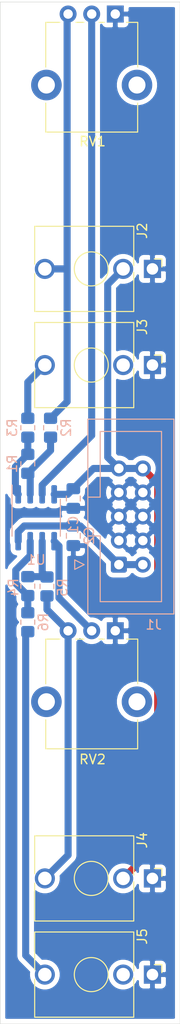
<source format=kicad_pcb>
(kicad_pcb (version 20171130) (host pcbnew "(5.1.9)-1")

  (general
    (thickness 1.6)
    (drawings 4)
    (tracks 55)
    (zones 0)
    (modules 16)
    (nets 16)
  )

  (page A4)
  (layers
    (0 F.Cu signal)
    (31 B.Cu signal)
    (32 B.Adhes user)
    (33 F.Adhes user)
    (34 B.Paste user)
    (35 F.Paste user)
    (36 B.SilkS user)
    (37 F.SilkS user)
    (38 B.Mask user)
    (39 F.Mask user)
    (40 Dwgs.User user)
    (41 Cmts.User user)
    (42 Eco1.User user)
    (43 Eco2.User user)
    (44 Edge.Cuts user)
    (45 Margin user)
    (46 B.CrtYd user)
    (47 F.CrtYd user)
    (48 B.Fab user)
    (49 F.Fab user)
  )

  (setup
    (last_trace_width 0.75)
    (user_trace_width 0.75)
    (trace_clearance 0.2)
    (zone_clearance 0.508)
    (zone_45_only no)
    (trace_min 0.2)
    (via_size 0.8)
    (via_drill 0.4)
    (via_min_size 0.4)
    (via_min_drill 0.3)
    (uvia_size 0.3)
    (uvia_drill 0.1)
    (uvias_allowed no)
    (uvia_min_size 0.2)
    (uvia_min_drill 0.1)
    (edge_width 0.05)
    (segment_width 0.2)
    (pcb_text_width 0.3)
    (pcb_text_size 1.5 1.5)
    (mod_edge_width 0.12)
    (mod_text_size 1 1)
    (mod_text_width 0.15)
    (pad_size 1.524 1.524)
    (pad_drill 0.762)
    (pad_to_mask_clearance 0)
    (aux_axis_origin 0 0)
    (visible_elements 7FFFFFFF)
    (pcbplotparams
      (layerselection 0x010fc_ffffffff)
      (usegerberextensions false)
      (usegerberattributes true)
      (usegerberadvancedattributes true)
      (creategerberjobfile true)
      (excludeedgelayer true)
      (linewidth 0.100000)
      (plotframeref false)
      (viasonmask false)
      (mode 1)
      (useauxorigin false)
      (hpglpennumber 1)
      (hpglpenspeed 20)
      (hpglpendiameter 15.000000)
      (psnegative false)
      (psa4output false)
      (plotreference true)
      (plotvalue true)
      (plotinvisibletext false)
      (padsonsilk false)
      (subtractmaskfromsilk false)
      (outputformat 1)
      (mirror false)
      (drillshape 1)
      (scaleselection 1)
      (outputdirectory ""))
  )

  (net 0 "")
  (net 1 GND)
  (net 2 +12V)
  (net 3 -12V)
  (net 4 "Net-(J2-PadT)")
  (net 5 "Net-(J3-PadT)")
  (net 6 "Net-(J3-PadTN)")
  (net 7 "Net-(J4-PadT)")
  (net 8 "Net-(J5-PadT)")
  (net 9 "Net-(J5-PadTN)")
  (net 10 "Net-(R1-Pad2)")
  (net 11 "Net-(R1-Pad1)")
  (net 12 "Net-(RV1-Pad2)")
  (net 13 "Net-(RV2-Pad2)")
  (net 14 "Net-(R4-Pad2)")
  (net 15 "Net-(R4-Pad1)")

  (net_class Default "This is the default net class."
    (clearance 0.2)
    (trace_width 0.25)
    (via_dia 0.8)
    (via_drill 0.4)
    (uvia_dia 0.3)
    (uvia_drill 0.1)
    (add_net +12V)
    (add_net -12V)
    (add_net GND)
    (add_net "Net-(J2-PadT)")
    (add_net "Net-(J3-PadT)")
    (add_net "Net-(J3-PadTN)")
    (add_net "Net-(J4-PadT)")
    (add_net "Net-(J5-PadT)")
    (add_net "Net-(J5-PadTN)")
    (add_net "Net-(R1-Pad1)")
    (add_net "Net-(R1-Pad2)")
    (add_net "Net-(R4-Pad1)")
    (add_net "Net-(R4-Pad2)")
    (add_net "Net-(RV1-Pad2)")
    (add_net "Net-(RV2-Pad2)")
  )

  (module Capacitor_SMD:C_0805_2012Metric_Pad1.18x1.45mm_HandSolder (layer B.Cu) (tedit 5F68FEEF) (tstamp 65DECCA4)
    (at 39.497 88.138 90)
    (descr "Capacitor SMD 0805 (2012 Metric), square (rectangular) end terminal, IPC_7351 nominal with elongated pad for handsoldering. (Body size source: IPC-SM-782 page 76, https://www.pcb-3d.com/wordpress/wp-content/uploads/ipc-sm-782a_amendment_1_and_2.pdf, https://docs.google.com/spreadsheets/d/1BsfQQcO9C6DZCsRaXUlFlo91Tg2WpOkGARC1WS5S8t0/edit?usp=sharing), generated with kicad-footprint-generator")
    (tags "capacitor handsolder")
    (path /65E04067)
    (attr smd)
    (fp_text reference C2 (at 0 1.68 90) (layer B.SilkS)
      (effects (font (size 1 1) (thickness 0.15)) (justify mirror))
    )
    (fp_text value 100nF (at 0 -1.68 90) (layer B.Fab)
      (effects (font (size 1 1) (thickness 0.15)) (justify mirror))
    )
    (fp_text user %R (at 0 0 90) (layer B.Fab)
      (effects (font (size 0.5 0.5) (thickness 0.08)) (justify mirror))
    )
    (fp_line (start -1 -0.625) (end -1 0.625) (layer B.Fab) (width 0.1))
    (fp_line (start -1 0.625) (end 1 0.625) (layer B.Fab) (width 0.1))
    (fp_line (start 1 0.625) (end 1 -0.625) (layer B.Fab) (width 0.1))
    (fp_line (start 1 -0.625) (end -1 -0.625) (layer B.Fab) (width 0.1))
    (fp_line (start -0.261252 0.735) (end 0.261252 0.735) (layer B.SilkS) (width 0.12))
    (fp_line (start -0.261252 -0.735) (end 0.261252 -0.735) (layer B.SilkS) (width 0.12))
    (fp_line (start -1.88 -0.98) (end -1.88 0.98) (layer B.CrtYd) (width 0.05))
    (fp_line (start -1.88 0.98) (end 1.88 0.98) (layer B.CrtYd) (width 0.05))
    (fp_line (start 1.88 0.98) (end 1.88 -0.98) (layer B.CrtYd) (width 0.05))
    (fp_line (start 1.88 -0.98) (end -1.88 -0.98) (layer B.CrtYd) (width 0.05))
    (pad 2 smd roundrect (at 1.0375 0 90) (size 1.175 1.45) (layers B.Cu B.Paste B.Mask) (roundrect_rratio 0.212766)
      (net 3 -12V))
    (pad 1 smd roundrect (at -1.0375 0 90) (size 1.175 1.45) (layers B.Cu B.Paste B.Mask) (roundrect_rratio 0.212766)
      (net 1 GND))
    (model ${KISYS3DMOD}/Capacitor_SMD.3dshapes/C_0805_2012Metric.wrl
      (at (xyz 0 0 0))
      (scale (xyz 1 1 1))
      (rotate (xyz 0 0 0))
    )
  )

  (module Resistor_SMD:R_0805_2012Metric_Pad1.20x1.40mm_HandSolder (layer B.Cu) (tedit 5F68FEEE) (tstamp 65DECEC9)
    (at 34.671 97.266 90)
    (descr "Resistor SMD 0805 (2012 Metric), square (rectangular) end terminal, IPC_7351 nominal with elongated pad for handsoldering. (Body size source: IPC-SM-782 page 72, https://www.pcb-3d.com/wordpress/wp-content/uploads/ipc-sm-782a_amendment_1_and_2.pdf), generated with kicad-footprint-generator")
    (tags "resistor handsolder")
    (path /65E28600)
    (attr smd)
    (fp_text reference R6 (at 0 1.65 90) (layer B.SilkS)
      (effects (font (size 1 1) (thickness 0.15)) (justify mirror))
    )
    (fp_text value 1k (at 0 -1.65 90) (layer B.Fab)
      (effects (font (size 1 1) (thickness 0.15)) (justify mirror))
    )
    (fp_line (start 1.85 -0.95) (end -1.85 -0.95) (layer B.CrtYd) (width 0.05))
    (fp_line (start 1.85 0.95) (end 1.85 -0.95) (layer B.CrtYd) (width 0.05))
    (fp_line (start -1.85 0.95) (end 1.85 0.95) (layer B.CrtYd) (width 0.05))
    (fp_line (start -1.85 -0.95) (end -1.85 0.95) (layer B.CrtYd) (width 0.05))
    (fp_line (start -0.227064 -0.735) (end 0.227064 -0.735) (layer B.SilkS) (width 0.12))
    (fp_line (start -0.227064 0.735) (end 0.227064 0.735) (layer B.SilkS) (width 0.12))
    (fp_line (start 1 -0.625) (end -1 -0.625) (layer B.Fab) (width 0.1))
    (fp_line (start 1 0.625) (end 1 -0.625) (layer B.Fab) (width 0.1))
    (fp_line (start -1 0.625) (end 1 0.625) (layer B.Fab) (width 0.1))
    (fp_line (start -1 -0.625) (end -1 0.625) (layer B.Fab) (width 0.1))
    (fp_text user %R (at 0 0 90) (layer B.Fab)
      (effects (font (size 0.5 0.5) (thickness 0.08)) (justify mirror))
    )
    (pad 2 smd roundrect (at 1 0 90) (size 1.2 1.4) (layers B.Cu B.Paste B.Mask) (roundrect_rratio 0.208333)
      (net 15 "Net-(R4-Pad1)"))
    (pad 1 smd roundrect (at -1 0 90) (size 1.2 1.4) (layers B.Cu B.Paste B.Mask) (roundrect_rratio 0.208333)
      (net 8 "Net-(J5-PadT)"))
    (model ${KISYS3DMOD}/Resistor_SMD.3dshapes/R_0805_2012Metric.wrl
      (at (xyz 0 0 0))
      (scale (xyz 1 1 1))
      (rotate (xyz 0 0 0))
    )
  )

  (module Resistor_SMD:R_0805_2012Metric_Pad1.20x1.40mm_HandSolder (layer B.Cu) (tedit 5F68FEEE) (tstamp 65DECEB2)
    (at 36.703 93.488 270)
    (descr "Resistor SMD 0805 (2012 Metric), square (rectangular) end terminal, IPC_7351 nominal with elongated pad for handsoldering. (Body size source: IPC-SM-782 page 72, https://www.pcb-3d.com/wordpress/wp-content/uploads/ipc-sm-782a_amendment_1_and_2.pdf), generated with kicad-footprint-generator")
    (tags "resistor handsolder")
    (path /65E22764)
    (attr smd)
    (fp_text reference R5 (at 0.111 -1.651 90) (layer B.SilkS)
      (effects (font (size 1 1) (thickness 0.15)) (justify mirror))
    )
    (fp_text value 20k (at 0 -1.65 90) (layer B.Fab)
      (effects (font (size 1 1) (thickness 0.15)) (justify mirror))
    )
    (fp_line (start 1.85 -0.95) (end -1.85 -0.95) (layer B.CrtYd) (width 0.05))
    (fp_line (start 1.85 0.95) (end 1.85 -0.95) (layer B.CrtYd) (width 0.05))
    (fp_line (start -1.85 0.95) (end 1.85 0.95) (layer B.CrtYd) (width 0.05))
    (fp_line (start -1.85 -0.95) (end -1.85 0.95) (layer B.CrtYd) (width 0.05))
    (fp_line (start -0.227064 -0.735) (end 0.227064 -0.735) (layer B.SilkS) (width 0.12))
    (fp_line (start -0.227064 0.735) (end 0.227064 0.735) (layer B.SilkS) (width 0.12))
    (fp_line (start 1 -0.625) (end -1 -0.625) (layer B.Fab) (width 0.1))
    (fp_line (start 1 0.625) (end 1 -0.625) (layer B.Fab) (width 0.1))
    (fp_line (start -1 0.625) (end 1 0.625) (layer B.Fab) (width 0.1))
    (fp_line (start -1 -0.625) (end -1 0.625) (layer B.Fab) (width 0.1))
    (fp_text user %R (at 0 0 90) (layer B.Fab)
      (effects (font (size 0.5 0.5) (thickness 0.08)) (justify mirror))
    )
    (pad 2 smd roundrect (at 1 0 270) (size 1.2 1.4) (layers B.Cu B.Paste B.Mask) (roundrect_rratio 0.208333)
      (net 7 "Net-(J4-PadT)"))
    (pad 1 smd roundrect (at -1 0 270) (size 1.2 1.4) (layers B.Cu B.Paste B.Mask) (roundrect_rratio 0.208333)
      (net 14 "Net-(R4-Pad2)"))
    (model ${KISYS3DMOD}/Resistor_SMD.3dshapes/R_0805_2012Metric.wrl
      (at (xyz 0 0 0))
      (scale (xyz 1 1 1))
      (rotate (xyz 0 0 0))
    )
  )

  (module Resistor_SMD:R_0805_2012Metric_Pad1.20x1.40mm_HandSolder (layer B.Cu) (tedit 5F68FEEE) (tstamp 65DECE84)
    (at 34.671 93.456 90)
    (descr "Resistor SMD 0805 (2012 Metric), square (rectangular) end terminal, IPC_7351 nominal with elongated pad for handsoldering. (Body size source: IPC-SM-782 page 72, https://www.pcb-3d.com/wordpress/wp-content/uploads/ipc-sm-782a_amendment_1_and_2.pdf), generated with kicad-footprint-generator")
    (tags "resistor handsolder")
    (path /65E1BF41)
    (attr smd)
    (fp_text reference R4 (at -0.143 -1.524 90) (layer B.SilkS)
      (effects (font (size 1 1) (thickness 0.15)) (justify mirror))
    )
    (fp_text value 20k (at 0 -1.65 90) (layer B.Fab)
      (effects (font (size 1 1) (thickness 0.15)) (justify mirror))
    )
    (fp_line (start 1.85 -0.95) (end -1.85 -0.95) (layer B.CrtYd) (width 0.05))
    (fp_line (start 1.85 0.95) (end 1.85 -0.95) (layer B.CrtYd) (width 0.05))
    (fp_line (start -1.85 0.95) (end 1.85 0.95) (layer B.CrtYd) (width 0.05))
    (fp_line (start -1.85 -0.95) (end -1.85 0.95) (layer B.CrtYd) (width 0.05))
    (fp_line (start -0.227064 -0.735) (end 0.227064 -0.735) (layer B.SilkS) (width 0.12))
    (fp_line (start -0.227064 0.735) (end 0.227064 0.735) (layer B.SilkS) (width 0.12))
    (fp_line (start 1 -0.625) (end -1 -0.625) (layer B.Fab) (width 0.1))
    (fp_line (start 1 0.625) (end 1 -0.625) (layer B.Fab) (width 0.1))
    (fp_line (start -1 0.625) (end 1 0.625) (layer B.Fab) (width 0.1))
    (fp_line (start -1 -0.625) (end -1 0.625) (layer B.Fab) (width 0.1))
    (fp_text user %R (at 0 0 90) (layer B.Fab)
      (effects (font (size 0.5 0.5) (thickness 0.08)) (justify mirror))
    )
    (pad 2 smd roundrect (at 1 0 90) (size 1.2 1.4) (layers B.Cu B.Paste B.Mask) (roundrect_rratio 0.208333)
      (net 14 "Net-(R4-Pad2)"))
    (pad 1 smd roundrect (at -1 0 90) (size 1.2 1.4) (layers B.Cu B.Paste B.Mask) (roundrect_rratio 0.208333)
      (net 15 "Net-(R4-Pad1)"))
    (model ${KISYS3DMOD}/Resistor_SMD.3dshapes/R_0805_2012Metric.wrl
      (at (xyz 0 0 0))
      (scale (xyz 1 1 1))
      (rotate (xyz 0 0 0))
    )
  )

  (module Resistor_SMD:R_0805_2012Metric_Pad1.20x1.40mm_HandSolder (layer B.Cu) (tedit 5F68FEEE) (tstamp 65E03E73)
    (at 34.671 76.724 270)
    (descr "Resistor SMD 0805 (2012 Metric), square (rectangular) end terminal, IPC_7351 nominal with elongated pad for handsoldering. (Body size source: IPC-SM-782 page 72, https://www.pcb-3d.com/wordpress/wp-content/uploads/ipc-sm-782a_amendment_1_and_2.pdf), generated with kicad-footprint-generator")
    (tags "resistor handsolder")
    (path /65E11F2C)
    (attr smd)
    (fp_text reference R3 (at 0 1.65 90) (layer B.SilkS)
      (effects (font (size 1 1) (thickness 0.15)) (justify mirror))
    )
    (fp_text value 1k (at 0 -1.65 90) (layer B.Fab)
      (effects (font (size 1 1) (thickness 0.15)) (justify mirror))
    )
    (fp_line (start 1.85 -0.95) (end -1.85 -0.95) (layer B.CrtYd) (width 0.05))
    (fp_line (start 1.85 0.95) (end 1.85 -0.95) (layer B.CrtYd) (width 0.05))
    (fp_line (start -1.85 0.95) (end 1.85 0.95) (layer B.CrtYd) (width 0.05))
    (fp_line (start -1.85 -0.95) (end -1.85 0.95) (layer B.CrtYd) (width 0.05))
    (fp_line (start -0.227064 -0.735) (end 0.227064 -0.735) (layer B.SilkS) (width 0.12))
    (fp_line (start -0.227064 0.735) (end 0.227064 0.735) (layer B.SilkS) (width 0.12))
    (fp_line (start 1 -0.625) (end -1 -0.625) (layer B.Fab) (width 0.1))
    (fp_line (start 1 0.625) (end 1 -0.625) (layer B.Fab) (width 0.1))
    (fp_line (start -1 0.625) (end 1 0.625) (layer B.Fab) (width 0.1))
    (fp_line (start -1 -0.625) (end -1 0.625) (layer B.Fab) (width 0.1))
    (fp_text user %R (at 0 0 90) (layer B.Fab)
      (effects (font (size 0.5 0.5) (thickness 0.08)) (justify mirror))
    )
    (pad 2 smd roundrect (at 1 0 270) (size 1.2 1.4) (layers B.Cu B.Paste B.Mask) (roundrect_rratio 0.208333)
      (net 11 "Net-(R1-Pad1)"))
    (pad 1 smd roundrect (at -1 0 270) (size 1.2 1.4) (layers B.Cu B.Paste B.Mask) (roundrect_rratio 0.208333)
      (net 5 "Net-(J3-PadT)"))
    (model ${KISYS3DMOD}/Resistor_SMD.3dshapes/R_0805_2012Metric.wrl
      (at (xyz 0 0 0))
      (scale (xyz 1 1 1))
      (rotate (xyz 0 0 0))
    )
  )

  (module Resistor_SMD:R_0805_2012Metric_Pad1.20x1.40mm_HandSolder (layer B.Cu) (tedit 5F68FEEE) (tstamp 65DECE28)
    (at 37.084 76.724 90)
    (descr "Resistor SMD 0805 (2012 Metric), square (rectangular) end terminal, IPC_7351 nominal with elongated pad for handsoldering. (Body size source: IPC-SM-782 page 72, https://www.pcb-3d.com/wordpress/wp-content/uploads/ipc-sm-782a_amendment_1_and_2.pdf), generated with kicad-footprint-generator")
    (tags "resistor handsolder")
    (path /65DF9A6F)
    (attr smd)
    (fp_text reference R2 (at 0 1.65 90) (layer B.SilkS)
      (effects (font (size 1 1) (thickness 0.15)) (justify mirror))
    )
    (fp_text value 20k (at 0 -1.65 90) (layer B.Fab)
      (effects (font (size 1 1) (thickness 0.15)) (justify mirror))
    )
    (fp_line (start 1.85 -0.95) (end -1.85 -0.95) (layer B.CrtYd) (width 0.05))
    (fp_line (start 1.85 0.95) (end 1.85 -0.95) (layer B.CrtYd) (width 0.05))
    (fp_line (start -1.85 0.95) (end 1.85 0.95) (layer B.CrtYd) (width 0.05))
    (fp_line (start -1.85 -0.95) (end -1.85 0.95) (layer B.CrtYd) (width 0.05))
    (fp_line (start -0.227064 -0.735) (end 0.227064 -0.735) (layer B.SilkS) (width 0.12))
    (fp_line (start -0.227064 0.735) (end 0.227064 0.735) (layer B.SilkS) (width 0.12))
    (fp_line (start 1 -0.625) (end -1 -0.625) (layer B.Fab) (width 0.1))
    (fp_line (start 1 0.625) (end 1 -0.625) (layer B.Fab) (width 0.1))
    (fp_line (start -1 0.625) (end 1 0.625) (layer B.Fab) (width 0.1))
    (fp_line (start -1 -0.625) (end -1 0.625) (layer B.Fab) (width 0.1))
    (fp_text user %R (at 0 0 90) (layer B.Fab)
      (effects (font (size 0.5 0.5) (thickness 0.08)) (justify mirror))
    )
    (pad 2 smd roundrect (at 1 0 90) (size 1.2 1.4) (layers B.Cu B.Paste B.Mask) (roundrect_rratio 0.208333)
      (net 4 "Net-(J2-PadT)"))
    (pad 1 smd roundrect (at -1 0 90) (size 1.2 1.4) (layers B.Cu B.Paste B.Mask) (roundrect_rratio 0.208333)
      (net 10 "Net-(R1-Pad2)"))
    (model ${KISYS3DMOD}/Resistor_SMD.3dshapes/R_0805_2012Metric.wrl
      (at (xyz 0 0 0))
      (scale (xyz 1 1 1))
      (rotate (xyz 0 0 0))
    )
  )

  (module Resistor_SMD:R_0805_2012Metric_Pad1.20x1.40mm_HandSolder (layer B.Cu) (tedit 5F68FEEE) (tstamp 65DECDFA)
    (at 34.671 80.534 270)
    (descr "Resistor SMD 0805 (2012 Metric), square (rectangular) end terminal, IPC_7351 nominal with elongated pad for handsoldering. (Body size source: IPC-SM-782 page 72, https://www.pcb-3d.com/wordpress/wp-content/uploads/ipc-sm-782a_amendment_1_and_2.pdf), generated with kicad-footprint-generator")
    (tags "resistor handsolder")
    (path /65E0F087)
    (attr smd)
    (fp_text reference R1 (at 0 1.65 90) (layer B.SilkS)
      (effects (font (size 1 1) (thickness 0.15)) (justify mirror))
    )
    (fp_text value 20k (at 0 -1.65 90) (layer B.Fab)
      (effects (font (size 1 1) (thickness 0.15)) (justify mirror))
    )
    (fp_line (start 1.85 -0.95) (end -1.85 -0.95) (layer B.CrtYd) (width 0.05))
    (fp_line (start 1.85 0.95) (end 1.85 -0.95) (layer B.CrtYd) (width 0.05))
    (fp_line (start -1.85 0.95) (end 1.85 0.95) (layer B.CrtYd) (width 0.05))
    (fp_line (start -1.85 -0.95) (end -1.85 0.95) (layer B.CrtYd) (width 0.05))
    (fp_line (start -0.227064 -0.735) (end 0.227064 -0.735) (layer B.SilkS) (width 0.12))
    (fp_line (start -0.227064 0.735) (end 0.227064 0.735) (layer B.SilkS) (width 0.12))
    (fp_line (start 1 -0.625) (end -1 -0.625) (layer B.Fab) (width 0.1))
    (fp_line (start 1 0.625) (end 1 -0.625) (layer B.Fab) (width 0.1))
    (fp_line (start -1 0.625) (end 1 0.625) (layer B.Fab) (width 0.1))
    (fp_line (start -1 -0.625) (end -1 0.625) (layer B.Fab) (width 0.1))
    (fp_text user %R (at 0 0 90) (layer B.Fab)
      (effects (font (size 0.5 0.5) (thickness 0.08)) (justify mirror))
    )
    (pad 2 smd roundrect (at 1 0 270) (size 1.2 1.4) (layers B.Cu B.Paste B.Mask) (roundrect_rratio 0.208333)
      (net 10 "Net-(R1-Pad2)"))
    (pad 1 smd roundrect (at -1 0 270) (size 1.2 1.4) (layers B.Cu B.Paste B.Mask) (roundrect_rratio 0.208333)
      (net 11 "Net-(R1-Pad1)"))
    (model ${KISYS3DMOD}/Resistor_SMD.3dshapes/R_0805_2012Metric.wrl
      (at (xyz 0 0 0))
      (scale (xyz 1 1 1))
      (rotate (xyz 0 0 0))
    )
  )

  (module Capacitor_SMD:C_0805_2012Metric_Pad1.18x1.45mm_HandSolder (layer B.Cu) (tedit 5F68FEEF) (tstamp 65DECC8F)
    (at 39.497 84.201 270)
    (descr "Capacitor SMD 0805 (2012 Metric), square (rectangular) end terminal, IPC_7351 nominal with elongated pad for handsoldering. (Body size source: IPC-SM-782 page 76, https://www.pcb-3d.com/wordpress/wp-content/uploads/ipc-sm-782a_amendment_1_and_2.pdf, https://docs.google.com/spreadsheets/d/1BsfQQcO9C6DZCsRaXUlFlo91Tg2WpOkGARC1WS5S8t0/edit?usp=sharing), generated with kicad-footprint-generator")
    (tags "capacitor handsolder")
    (path /65DFA924)
    (attr smd)
    (fp_text reference C1 (at 2.794 0 90) (layer B.SilkS)
      (effects (font (size 1 1) (thickness 0.15)) (justify mirror))
    )
    (fp_text value 100nF (at 0 -1.68 90) (layer B.Fab)
      (effects (font (size 1 1) (thickness 0.15)) (justify mirror))
    )
    (fp_line (start 1.88 -0.98) (end -1.88 -0.98) (layer B.CrtYd) (width 0.05))
    (fp_line (start 1.88 0.98) (end 1.88 -0.98) (layer B.CrtYd) (width 0.05))
    (fp_line (start -1.88 0.98) (end 1.88 0.98) (layer B.CrtYd) (width 0.05))
    (fp_line (start -1.88 -0.98) (end -1.88 0.98) (layer B.CrtYd) (width 0.05))
    (fp_line (start -0.261252 -0.735) (end 0.261252 -0.735) (layer B.SilkS) (width 0.12))
    (fp_line (start -0.261252 0.735) (end 0.261252 0.735) (layer B.SilkS) (width 0.12))
    (fp_line (start 1 -0.625) (end -1 -0.625) (layer B.Fab) (width 0.1))
    (fp_line (start 1 0.625) (end 1 -0.625) (layer B.Fab) (width 0.1))
    (fp_line (start -1 0.625) (end 1 0.625) (layer B.Fab) (width 0.1))
    (fp_line (start -1 -0.625) (end -1 0.625) (layer B.Fab) (width 0.1))
    (fp_text user %R (at 0 0 90) (layer B.Fab)
      (effects (font (size 0.5 0.5) (thickness 0.08)) (justify mirror))
    )
    (pad 2 smd roundrect (at 1.0375 0 270) (size 1.175 1.45) (layers B.Cu B.Paste B.Mask) (roundrect_rratio 0.212766)
      (net 1 GND))
    (pad 1 smd roundrect (at -1.0375 0 270) (size 1.175 1.45) (layers B.Cu B.Paste B.Mask) (roundrect_rratio 0.212766)
      (net 2 +12V))
    (model ${KISYS3DMOD}/Capacitor_SMD.3dshapes/C_0805_2012Metric.wrl
      (at (xyz 0 0 0))
      (scale (xyz 1 1 1))
      (rotate (xyz 0 0 0))
    )
  )

  (module Package_SO:SOIC-8_3.9x4.9mm_P1.27mm (layer B.Cu) (tedit 5D9F72B1) (tstamp 65E027CF)
    (at 35.56 86.233 270)
    (descr "SOIC, 8 Pin (JEDEC MS-012AA, https://www.analog.com/media/en/package-pcb-resources/package/pkg_pdf/soic_narrow-r/r_8.pdf), generated with kicad-footprint-generator ipc_gullwing_generator.py")
    (tags "SOIC SO")
    (path /65F8CD0E)
    (attr smd)
    (fp_text reference U1 (at 4.445 0 180) (layer B.SilkS)
      (effects (font (size 1 1) (thickness 0.15)) (justify mirror))
    )
    (fp_text value TL072 (at 0 -3.4 90) (layer B.Fab)
      (effects (font (size 1 1) (thickness 0.15)) (justify mirror))
    )
    (fp_line (start 3.7 2.7) (end -3.7 2.7) (layer B.CrtYd) (width 0.05))
    (fp_line (start 3.7 -2.7) (end 3.7 2.7) (layer B.CrtYd) (width 0.05))
    (fp_line (start -3.7 -2.7) (end 3.7 -2.7) (layer B.CrtYd) (width 0.05))
    (fp_line (start -3.7 2.7) (end -3.7 -2.7) (layer B.CrtYd) (width 0.05))
    (fp_line (start -1.95 1.475) (end -0.975 2.45) (layer B.Fab) (width 0.1))
    (fp_line (start -1.95 -2.45) (end -1.95 1.475) (layer B.Fab) (width 0.1))
    (fp_line (start 1.95 -2.45) (end -1.95 -2.45) (layer B.Fab) (width 0.1))
    (fp_line (start 1.95 2.45) (end 1.95 -2.45) (layer B.Fab) (width 0.1))
    (fp_line (start -0.975 2.45) (end 1.95 2.45) (layer B.Fab) (width 0.1))
    (fp_line (start 0 2.56) (end -3.45 2.56) (layer B.SilkS) (width 0.12))
    (fp_line (start 0 2.56) (end 1.95 2.56) (layer B.SilkS) (width 0.12))
    (fp_line (start 0 -2.56) (end -1.95 -2.56) (layer B.SilkS) (width 0.12))
    (fp_line (start 0 -2.56) (end 1.95 -2.56) (layer B.SilkS) (width 0.12))
    (fp_text user %R (at 0 0 90) (layer B.Fab)
      (effects (font (size 0.98 0.98) (thickness 0.15)) (justify mirror))
    )
    (pad 8 smd roundrect (at 2.475 1.905 270) (size 1.95 0.6) (layers B.Cu B.Paste B.Mask) (roundrect_rratio 0.25)
      (net 3 -12V))
    (pad 7 smd roundrect (at 2.475 0.635 270) (size 1.95 0.6) (layers B.Cu B.Paste B.Mask) (roundrect_rratio 0.25)
      (net 15 "Net-(R4-Pad1)"))
    (pad 6 smd roundrect (at 2.475 -0.635 270) (size 1.95 0.6) (layers B.Cu B.Paste B.Mask) (roundrect_rratio 0.25)
      (net 14 "Net-(R4-Pad2)"))
    (pad 5 smd roundrect (at 2.475 -1.905 270) (size 1.95 0.6) (layers B.Cu B.Paste B.Mask) (roundrect_rratio 0.25)
      (net 13 "Net-(RV2-Pad2)"))
    (pad 4 smd roundrect (at -2.475 -1.905 270) (size 1.95 0.6) (layers B.Cu B.Paste B.Mask) (roundrect_rratio 0.25)
      (net 2 +12V))
    (pad 3 smd roundrect (at -2.475 -0.635 270) (size 1.95 0.6) (layers B.Cu B.Paste B.Mask) (roundrect_rratio 0.25)
      (net 12 "Net-(RV1-Pad2)"))
    (pad 2 smd roundrect (at -2.475 0.635 270) (size 1.95 0.6) (layers B.Cu B.Paste B.Mask) (roundrect_rratio 0.25)
      (net 10 "Net-(R1-Pad2)"))
    (pad 1 smd roundrect (at -2.475 1.905 270) (size 1.95 0.6) (layers B.Cu B.Paste B.Mask) (roundrect_rratio 0.25)
      (net 11 "Net-(R1-Pad1)"))
    (model ${KISYS3DMOD}/Package_SO.3dshapes/SOIC-8_3.9x4.9mm_P1.27mm.wrl
      (at (xyz 0 0 0))
      (scale (xyz 1 1 1))
      (rotate (xyz 0 0 0))
    )
  )

  (module Potentiometer_THT:Potentiometer_Alpha_RD901F-40-00D_Single_Vertical_CircularHoles (layer F.Cu) (tedit 5C6C6C48) (tstamp 65DEEC9B)
    (at 43.942 98.171 270)
    (descr "Potentiometer, vertical, 9mm, single, http://www.taiwanalpha.com.tw/downloads?target=products&id=113")
    (tags "potentiometer vertical 9mm single")
    (path /65E22C98)
    (fp_text reference RV2 (at 13.589 2.413) (layer F.SilkS)
      (effects (font (size 1 1) (thickness 0.15)))
    )
    (fp_text value 10k (at 0 10.11 270) (layer F.Fab)
      (effects (font (size 1 1) (thickness 0.15)))
    )
    (fp_line (start 0.88 4.16) (end 0.88 3.33) (layer F.SilkS) (width 0.12))
    (fp_line (start 0.88 1.71) (end 0.88 1.18) (layer F.SilkS) (width 0.12))
    (fp_line (start 0.88 -1.19) (end 0.88 -2.37) (layer F.SilkS) (width 0.12))
    (fp_line (start 0.88 7.37) (end 5.6 7.37) (layer F.SilkS) (width 0.12))
    (fp_line (start 9.41 -2.37) (end 12.47 -2.37) (layer F.SilkS) (width 0.12))
    (fp_line (start 1 7.25) (end 12.35 7.25) (layer F.Fab) (width 0.1))
    (fp_line (start 1 -2.25) (end 12.35 -2.25) (layer F.Fab) (width 0.1))
    (fp_line (start 12.35 7.25) (end 12.35 -2.25) (layer F.Fab) (width 0.1))
    (fp_line (start 1 7.25) (end 1 -2.25) (layer F.Fab) (width 0.1))
    (fp_circle (center 7.5 2.5) (end 7.5 -1) (layer F.Fab) (width 0.1))
    (fp_line (start 0.88 -2.38) (end 5.6 -2.38) (layer F.SilkS) (width 0.12))
    (fp_line (start 9.41 7.37) (end 12.47 7.37) (layer F.SilkS) (width 0.12))
    (fp_line (start 0.88 7.37) (end 0.88 5.88) (layer F.SilkS) (width 0.12))
    (fp_line (start 12.47 7.37) (end 12.47 -2.37) (layer F.SilkS) (width 0.12))
    (fp_line (start 12.6 9.17) (end 12.6 -4.17) (layer F.CrtYd) (width 0.05))
    (fp_line (start 12.6 -4.17) (end -1.15 -4.17) (layer F.CrtYd) (width 0.05))
    (fp_line (start -1.15 -4.17) (end -1.15 9.17) (layer F.CrtYd) (width 0.05))
    (fp_line (start -1.15 9.17) (end 12.6 9.17) (layer F.CrtYd) (width 0.05))
    (fp_text user %R (at 7.62 2.54 90) (layer F.Fab)
      (effects (font (size 1 1) (thickness 0.15)))
    )
    (pad "" thru_hole circle (at 7.5 -2.3) (size 3.24 3.24) (drill 1.8) (layers *.Cu *.Mask))
    (pad "" thru_hole circle (at 7.5 7.3) (size 3.24 3.24) (drill 1.8) (layers *.Cu *.Mask))
    (pad 3 thru_hole circle (at 0 5) (size 1.8 1.8) (drill 1) (layers *.Cu *.Mask)
      (net 7 "Net-(J4-PadT)"))
    (pad 2 thru_hole circle (at 0 2.5) (size 1.8 1.8) (drill 1) (layers *.Cu *.Mask)
      (net 13 "Net-(RV2-Pad2)"))
    (pad 1 thru_hole rect (at 0 0) (size 1.8 1.8) (drill 1) (layers *.Cu *.Mask)
      (net 1 GND))
    (model ${KISYS3DMOD}/Potentiometer_THT.3dshapes/Potentiometer_Alpha_RD901F-40-00D_Single_Vertical.wrl
      (at (xyz 0 0 0))
      (scale (xyz 1 1 1))
      (rotate (xyz 0 0 0))
    )
  )

  (module Potentiometer_THT:Potentiometer_Alpha_RD901F-40-00D_Single_Vertical_CircularHoles (layer F.Cu) (tedit 5C6C6C48) (tstamp 65E066B2)
    (at 43.942 33.02 270)
    (descr "Potentiometer, vertical, 9mm, single, http://www.taiwanalpha.com.tw/downloads?target=products&id=113")
    (tags "potentiometer vertical 9mm single")
    (path /65DFA454)
    (fp_text reference RV1 (at 13.462 2.413) (layer F.SilkS)
      (effects (font (size 1 1) (thickness 0.15)))
    )
    (fp_text value 10k (at 0 10.11 270) (layer F.Fab)
      (effects (font (size 1 1) (thickness 0.15)))
    )
    (fp_line (start 0.88 4.16) (end 0.88 3.33) (layer F.SilkS) (width 0.12))
    (fp_line (start 0.88 1.71) (end 0.88 1.18) (layer F.SilkS) (width 0.12))
    (fp_line (start 0.88 -1.19) (end 0.88 -2.37) (layer F.SilkS) (width 0.12))
    (fp_line (start 0.88 7.37) (end 5.6 7.37) (layer F.SilkS) (width 0.12))
    (fp_line (start 9.41 -2.37) (end 12.47 -2.37) (layer F.SilkS) (width 0.12))
    (fp_line (start 1 7.25) (end 12.35 7.25) (layer F.Fab) (width 0.1))
    (fp_line (start 1 -2.25) (end 12.35 -2.25) (layer F.Fab) (width 0.1))
    (fp_line (start 12.35 7.25) (end 12.35 -2.25) (layer F.Fab) (width 0.1))
    (fp_line (start 1 7.25) (end 1 -2.25) (layer F.Fab) (width 0.1))
    (fp_circle (center 7.5 2.5) (end 7.5 -1) (layer F.Fab) (width 0.1))
    (fp_line (start 0.88 -2.38) (end 5.6 -2.38) (layer F.SilkS) (width 0.12))
    (fp_line (start 9.41 7.37) (end 12.47 7.37) (layer F.SilkS) (width 0.12))
    (fp_line (start 0.88 7.37) (end 0.88 5.88) (layer F.SilkS) (width 0.12))
    (fp_line (start 12.47 7.37) (end 12.47 -2.37) (layer F.SilkS) (width 0.12))
    (fp_line (start 12.6 9.17) (end 12.6 -4.17) (layer F.CrtYd) (width 0.05))
    (fp_line (start 12.6 -4.17) (end -1.15 -4.17) (layer F.CrtYd) (width 0.05))
    (fp_line (start -1.15 -4.17) (end -1.15 9.17) (layer F.CrtYd) (width 0.05))
    (fp_line (start -1.15 9.17) (end 12.6 9.17) (layer F.CrtYd) (width 0.05))
    (fp_text user %R (at 7.62 2.54 90) (layer F.Fab)
      (effects (font (size 1 1) (thickness 0.15)))
    )
    (pad "" thru_hole circle (at 7.5 -2.3) (size 3.24 3.24) (drill 1.8) (layers *.Cu *.Mask))
    (pad "" thru_hole circle (at 7.5 7.3) (size 3.24 3.24) (drill 1.8) (layers *.Cu *.Mask))
    (pad 3 thru_hole circle (at 0 5) (size 1.8 1.8) (drill 1) (layers *.Cu *.Mask)
      (net 4 "Net-(J2-PadT)"))
    (pad 2 thru_hole circle (at 0 2.5) (size 1.8 1.8) (drill 1) (layers *.Cu *.Mask)
      (net 12 "Net-(RV1-Pad2)"))
    (pad 1 thru_hole rect (at 0 0) (size 1.8 1.8) (drill 1) (layers *.Cu *.Mask)
      (net 1 GND))
    (model ${KISYS3DMOD}/Potentiometer_THT.3dshapes/Potentiometer_Alpha_RD901F-40-00D_Single_Vertical.wrl
      (at (xyz 0 0 0))
      (scale (xyz 1 1 1))
      (rotate (xyz 0 0 0))
    )
  )

  (module Connector_Audio:Jack_3.5mm_QingPu_WQP-PJ398SM_Vertical_CircularHoles (layer F.Cu) (tedit 5C2B6BB2) (tstamp 65DEEC3E)
    (at 47.879 134.493 270)
    (descr "TRS 3.5mm, vertical, Thonkiconn, PCB mount, (http://www.qingpu-electronics.com/en/products/WQP-PJ398SM-362.html)")
    (tags "WQP-PJ398SM WQP-PJ301M-12 TRS 3.5mm mono vertical jack thonkiconn qingpu")
    (path /65DF2644)
    (fp_text reference J5 (at -4.03 1.08 270) (layer F.SilkS)
      (effects (font (size 1 1) (thickness 0.15)))
    )
    (fp_text value Out2 (at 0 5 270) (layer F.Fab)
      (effects (font (size 1 1) (thickness 0.15)))
    )
    (fp_line (start 0 0) (end 0 2.03) (layer F.Fab) (width 0.1))
    (fp_circle (center 0 6.48) (end 1.8 6.48) (layer F.Fab) (width 0.1))
    (fp_line (start 4.5 2.03) (end -4.5 2.03) (layer F.Fab) (width 0.1))
    (fp_line (start 5 -1.42) (end -5 -1.42) (layer F.CrtYd) (width 0.05))
    (fp_line (start 5 12.98) (end -5 12.98) (layer F.CrtYd) (width 0.05))
    (fp_line (start 5 12.98) (end 5 -1.42) (layer F.CrtYd) (width 0.05))
    (fp_line (start 4.5 12.48) (end -4.5 12.48) (layer F.Fab) (width 0.1))
    (fp_line (start 4.5 12.48) (end 4.5 2.08) (layer F.Fab) (width 0.1))
    (fp_line (start -1.06 -1) (end -0.2 -1) (layer F.SilkS) (width 0.12))
    (fp_line (start -1.06 -1) (end -1.06 -0.2) (layer F.SilkS) (width 0.12))
    (fp_circle (center 0 6.48) (end 1.8 6.48) (layer F.SilkS) (width 0.12))
    (fp_line (start -0.35 1.98) (end -4.5 1.98) (layer F.SilkS) (width 0.12))
    (fp_line (start 4.5 1.98) (end 0.35 1.98) (layer F.SilkS) (width 0.12))
    (fp_line (start -0.5 12.48) (end -4.5 12.48) (layer F.SilkS) (width 0.12))
    (fp_line (start 4.5 12.48) (end 0.5 12.48) (layer F.SilkS) (width 0.12))
    (fp_line (start -1.41 6.02) (end -0.46 5.07) (layer Dwgs.User) (width 0.12))
    (fp_line (start -1.42 6.875) (end 0.4 5.06) (layer Dwgs.User) (width 0.12))
    (fp_line (start -1.07 7.49) (end 1.01 5.41) (layer Dwgs.User) (width 0.12))
    (fp_line (start -0.58 7.83) (end 1.36 5.89) (layer Dwgs.User) (width 0.12))
    (fp_line (start 0.09 7.96) (end 1.48 6.57) (layer Dwgs.User) (width 0.12))
    (fp_circle (center 0 6.48) (end 1.5 6.48) (layer Dwgs.User) (width 0.12))
    (fp_line (start 4.5 1.98) (end 4.5 12.48) (layer F.SilkS) (width 0.12))
    (fp_line (start -4.5 1.98) (end -4.5 12.48) (layer F.SilkS) (width 0.12))
    (fp_line (start -4.5 12.48) (end -4.5 2.08) (layer F.Fab) (width 0.1))
    (fp_line (start -5 12.98) (end -5 -1.42) (layer F.CrtYd) (width 0.05))
    (fp_text user %R (at 0 8 270) (layer F.Fab)
      (effects (font (size 1 1) (thickness 0.15)))
    )
    (fp_text user KEEPOUT (at 0 6.48 90) (layer Cmts.User)
      (effects (font (size 0.4 0.4) (thickness 0.051)))
    )
    (pad T thru_hole circle (at 0 11.4 90) (size 2.13 2.13) (drill 1.43) (layers *.Cu *.Mask)
      (net 8 "Net-(J5-PadT)"))
    (pad S thru_hole rect (at 0 0 90) (size 1.93 1.83) (drill 1.22) (layers *.Cu *.Mask)
      (net 1 GND))
    (pad TN thru_hole circle (at 0 3.1 90) (size 2.13 2.13) (drill 1.42) (layers *.Cu *.Mask)
      (net 9 "Net-(J5-PadTN)"))
    (model ${KISYS3DMOD}/Connector_Audio.3dshapes/Jack_3.5mm_QingPu_WQP-PJ398SM_Vertical.wrl
      (at (xyz 0 0 0))
      (scale (xyz 1 1 1))
      (rotate (xyz 0 0 0))
    )
  )

  (module Connector_Audio:Jack_3.5mm_QingPu_WQP-PJ398SM_Vertical_CircularHoles (layer F.Cu) (tedit 5C2B6BB2) (tstamp 65E06296)
    (at 47.879 124.333 270)
    (descr "TRS 3.5mm, vertical, Thonkiconn, PCB mount, (http://www.qingpu-electronics.com/en/products/WQP-PJ398SM-362.html)")
    (tags "WQP-PJ398SM WQP-PJ301M-12 TRS 3.5mm mono vertical jack thonkiconn qingpu")
    (path /65DF0B1B)
    (fp_text reference J4 (at -4.03 1.08 270) (layer F.SilkS)
      (effects (font (size 1 1) (thickness 0.15)))
    )
    (fp_text value In2 (at 0 5 270) (layer F.Fab)
      (effects (font (size 1 1) (thickness 0.15)))
    )
    (fp_line (start -5 12.98) (end -5 -1.42) (layer F.CrtYd) (width 0.05))
    (fp_line (start -4.5 12.48) (end -4.5 2.08) (layer F.Fab) (width 0.1))
    (fp_line (start -4.5 1.98) (end -4.5 12.48) (layer F.SilkS) (width 0.12))
    (fp_line (start 4.5 1.98) (end 4.5 12.48) (layer F.SilkS) (width 0.12))
    (fp_circle (center 0 6.48) (end 1.5 6.48) (layer Dwgs.User) (width 0.12))
    (fp_line (start 0.09 7.96) (end 1.48 6.57) (layer Dwgs.User) (width 0.12))
    (fp_line (start -0.58 7.83) (end 1.36 5.89) (layer Dwgs.User) (width 0.12))
    (fp_line (start -1.07 7.49) (end 1.01 5.41) (layer Dwgs.User) (width 0.12))
    (fp_line (start -1.42 6.875) (end 0.4 5.06) (layer Dwgs.User) (width 0.12))
    (fp_line (start -1.41 6.02) (end -0.46 5.07) (layer Dwgs.User) (width 0.12))
    (fp_line (start 4.5 12.48) (end 0.5 12.48) (layer F.SilkS) (width 0.12))
    (fp_line (start -0.5 12.48) (end -4.5 12.48) (layer F.SilkS) (width 0.12))
    (fp_line (start 4.5 1.98) (end 0.35 1.98) (layer F.SilkS) (width 0.12))
    (fp_line (start -0.35 1.98) (end -4.5 1.98) (layer F.SilkS) (width 0.12))
    (fp_circle (center 0 6.48) (end 1.8 6.48) (layer F.SilkS) (width 0.12))
    (fp_line (start -1.06 -1) (end -1.06 -0.2) (layer F.SilkS) (width 0.12))
    (fp_line (start -1.06 -1) (end -0.2 -1) (layer F.SilkS) (width 0.12))
    (fp_line (start 4.5 12.48) (end 4.5 2.08) (layer F.Fab) (width 0.1))
    (fp_line (start 4.5 12.48) (end -4.5 12.48) (layer F.Fab) (width 0.1))
    (fp_line (start 5 12.98) (end 5 -1.42) (layer F.CrtYd) (width 0.05))
    (fp_line (start 5 12.98) (end -5 12.98) (layer F.CrtYd) (width 0.05))
    (fp_line (start 5 -1.42) (end -5 -1.42) (layer F.CrtYd) (width 0.05))
    (fp_line (start 4.5 2.03) (end -4.5 2.03) (layer F.Fab) (width 0.1))
    (fp_circle (center 0 6.48) (end 1.8 6.48) (layer F.Fab) (width 0.1))
    (fp_line (start 0 0) (end 0 2.03) (layer F.Fab) (width 0.1))
    (fp_text user KEEPOUT (at 0 6.48 90) (layer Cmts.User)
      (effects (font (size 0.4 0.4) (thickness 0.051)))
    )
    (fp_text user %R (at 0 8 270) (layer F.Fab)
      (effects (font (size 1 1) (thickness 0.15)))
    )
    (pad TN thru_hole circle (at 0 3.1 90) (size 2.13 2.13) (drill 1.42) (layers *.Cu *.Mask)
      (net 2 +12V))
    (pad S thru_hole rect (at 0 0 90) (size 1.93 1.83) (drill 1.22) (layers *.Cu *.Mask)
      (net 1 GND))
    (pad T thru_hole circle (at 0 11.4 90) (size 2.13 2.13) (drill 1.43) (layers *.Cu *.Mask)
      (net 7 "Net-(J4-PadT)"))
    (model ${KISYS3DMOD}/Connector_Audio.3dshapes/Jack_3.5mm_QingPu_WQP-PJ398SM_Vertical.wrl
      (at (xyz 0 0 0))
      (scale (xyz 1 1 1))
      (rotate (xyz 0 0 0))
    )
  )

  (module Connector_Audio:Jack_3.5mm_QingPu_WQP-PJ398SM_Vertical_CircularHoles (layer F.Cu) (tedit 5C2B6BB2) (tstamp 65DEECF2)
    (at 47.879 70.104 270)
    (descr "TRS 3.5mm, vertical, Thonkiconn, PCB mount, (http://www.qingpu-electronics.com/en/products/WQP-PJ398SM-362.html)")
    (tags "WQP-PJ398SM WQP-PJ301M-12 TRS 3.5mm mono vertical jack thonkiconn qingpu")
    (path /65DF20B0)
    (fp_text reference J3 (at -4.03 1.08 270) (layer F.SilkS)
      (effects (font (size 1 1) (thickness 0.15)))
    )
    (fp_text value Out1 (at 0 5 270) (layer F.Fab)
      (effects (font (size 1 1) (thickness 0.15)))
    )
    (fp_line (start 0 0) (end 0 2.03) (layer F.Fab) (width 0.1))
    (fp_circle (center 0 6.48) (end 1.8 6.48) (layer F.Fab) (width 0.1))
    (fp_line (start 4.5 2.03) (end -4.5 2.03) (layer F.Fab) (width 0.1))
    (fp_line (start 5 -1.42) (end -5 -1.42) (layer F.CrtYd) (width 0.05))
    (fp_line (start 5 12.98) (end -5 12.98) (layer F.CrtYd) (width 0.05))
    (fp_line (start 5 12.98) (end 5 -1.42) (layer F.CrtYd) (width 0.05))
    (fp_line (start 4.5 12.48) (end -4.5 12.48) (layer F.Fab) (width 0.1))
    (fp_line (start 4.5 12.48) (end 4.5 2.08) (layer F.Fab) (width 0.1))
    (fp_line (start -1.06 -1) (end -0.2 -1) (layer F.SilkS) (width 0.12))
    (fp_line (start -1.06 -1) (end -1.06 -0.2) (layer F.SilkS) (width 0.12))
    (fp_circle (center 0 6.48) (end 1.8 6.48) (layer F.SilkS) (width 0.12))
    (fp_line (start -0.35 1.98) (end -4.5 1.98) (layer F.SilkS) (width 0.12))
    (fp_line (start 4.5 1.98) (end 0.35 1.98) (layer F.SilkS) (width 0.12))
    (fp_line (start -0.5 12.48) (end -4.5 12.48) (layer F.SilkS) (width 0.12))
    (fp_line (start 4.5 12.48) (end 0.5 12.48) (layer F.SilkS) (width 0.12))
    (fp_line (start -1.41 6.02) (end -0.46 5.07) (layer Dwgs.User) (width 0.12))
    (fp_line (start -1.42 6.875) (end 0.4 5.06) (layer Dwgs.User) (width 0.12))
    (fp_line (start -1.07 7.49) (end 1.01 5.41) (layer Dwgs.User) (width 0.12))
    (fp_line (start -0.58 7.83) (end 1.36 5.89) (layer Dwgs.User) (width 0.12))
    (fp_line (start 0.09 7.96) (end 1.48 6.57) (layer Dwgs.User) (width 0.12))
    (fp_circle (center 0 6.48) (end 1.5 6.48) (layer Dwgs.User) (width 0.12))
    (fp_line (start 4.5 1.98) (end 4.5 12.48) (layer F.SilkS) (width 0.12))
    (fp_line (start -4.5 1.98) (end -4.5 12.48) (layer F.SilkS) (width 0.12))
    (fp_line (start -4.5 12.48) (end -4.5 2.08) (layer F.Fab) (width 0.1))
    (fp_line (start -5 12.98) (end -5 -1.42) (layer F.CrtYd) (width 0.05))
    (fp_text user %R (at 0 8 270) (layer F.Fab)
      (effects (font (size 1 1) (thickness 0.15)))
    )
    (fp_text user KEEPOUT (at 0 6.48 90) (layer Cmts.User)
      (effects (font (size 0.4 0.4) (thickness 0.051)))
    )
    (pad T thru_hole circle (at 0 11.4 90) (size 2.13 2.13) (drill 1.43) (layers *.Cu *.Mask)
      (net 5 "Net-(J3-PadT)"))
    (pad S thru_hole rect (at 0 0 90) (size 1.93 1.83) (drill 1.22) (layers *.Cu *.Mask)
      (net 1 GND))
    (pad TN thru_hole circle (at 0 3.1 90) (size 2.13 2.13) (drill 1.42) (layers *.Cu *.Mask)
      (net 6 "Net-(J3-PadTN)"))
    (model ${KISYS3DMOD}/Connector_Audio.3dshapes/Jack_3.5mm_QingPu_WQP-PJ398SM_Vertical.wrl
      (at (xyz 0 0 0))
      (scale (xyz 1 1 1))
      (rotate (xyz 0 0 0))
    )
  )

  (module Connector_Audio:Jack_3.5mm_QingPu_WQP-PJ398SM_Vertical_CircularHoles (layer F.Cu) (tedit 5C2B6BB2) (tstamp 65DFFA49)
    (at 47.879 59.944 270)
    (descr "TRS 3.5mm, vertical, Thonkiconn, PCB mount, (http://www.qingpu-electronics.com/en/products/WQP-PJ398SM-362.html)")
    (tags "WQP-PJ398SM WQP-PJ301M-12 TRS 3.5mm mono vertical jack thonkiconn qingpu")
    (path /65DF05FF)
    (fp_text reference J2 (at -4.03 1.08 270) (layer F.SilkS)
      (effects (font (size 1 1) (thickness 0.15)))
    )
    (fp_text value In1 (at 0 5 270) (layer F.Fab)
      (effects (font (size 1 1) (thickness 0.15)))
    )
    (fp_line (start 0 0) (end 0 2.03) (layer F.Fab) (width 0.1))
    (fp_circle (center 0 6.48) (end 1.8 6.48) (layer F.Fab) (width 0.1))
    (fp_line (start 4.5 2.03) (end -4.5 2.03) (layer F.Fab) (width 0.1))
    (fp_line (start 5 -1.42) (end -5 -1.42) (layer F.CrtYd) (width 0.05))
    (fp_line (start 5 12.98) (end -5 12.98) (layer F.CrtYd) (width 0.05))
    (fp_line (start 5 12.98) (end 5 -1.42) (layer F.CrtYd) (width 0.05))
    (fp_line (start 4.5 12.48) (end -4.5 12.48) (layer F.Fab) (width 0.1))
    (fp_line (start 4.5 12.48) (end 4.5 2.08) (layer F.Fab) (width 0.1))
    (fp_line (start -1.06 -1) (end -0.2 -1) (layer F.SilkS) (width 0.12))
    (fp_line (start -1.06 -1) (end -1.06 -0.2) (layer F.SilkS) (width 0.12))
    (fp_circle (center 0 6.48) (end 1.8 6.48) (layer F.SilkS) (width 0.12))
    (fp_line (start -0.35 1.98) (end -4.5 1.98) (layer F.SilkS) (width 0.12))
    (fp_line (start 4.5 1.98) (end 0.35 1.98) (layer F.SilkS) (width 0.12))
    (fp_line (start -0.5 12.48) (end -4.5 12.48) (layer F.SilkS) (width 0.12))
    (fp_line (start 4.5 12.48) (end 0.5 12.48) (layer F.SilkS) (width 0.12))
    (fp_line (start -1.41 6.02) (end -0.46 5.07) (layer Dwgs.User) (width 0.12))
    (fp_line (start -1.42 6.875) (end 0.4 5.06) (layer Dwgs.User) (width 0.12))
    (fp_line (start -1.07 7.49) (end 1.01 5.41) (layer Dwgs.User) (width 0.12))
    (fp_line (start -0.58 7.83) (end 1.36 5.89) (layer Dwgs.User) (width 0.12))
    (fp_line (start 0.09 7.96) (end 1.48 6.57) (layer Dwgs.User) (width 0.12))
    (fp_circle (center 0 6.48) (end 1.5 6.48) (layer Dwgs.User) (width 0.12))
    (fp_line (start 4.5 1.98) (end 4.5 12.48) (layer F.SilkS) (width 0.12))
    (fp_line (start -4.5 1.98) (end -4.5 12.48) (layer F.SilkS) (width 0.12))
    (fp_line (start -4.5 12.48) (end -4.5 2.08) (layer F.Fab) (width 0.1))
    (fp_line (start -5 12.98) (end -5 -1.42) (layer F.CrtYd) (width 0.05))
    (fp_text user %R (at 0 8 270) (layer F.Fab)
      (effects (font (size 1 1) (thickness 0.15)))
    )
    (fp_text user KEEPOUT (at 0 6.48 90) (layer Cmts.User)
      (effects (font (size 0.4 0.4) (thickness 0.051)))
    )
    (pad T thru_hole circle (at 0 11.4 90) (size 2.13 2.13) (drill 1.43) (layers *.Cu *.Mask)
      (net 4 "Net-(J2-PadT)"))
    (pad S thru_hole rect (at 0 0 90) (size 1.93 1.83) (drill 1.22) (layers *.Cu *.Mask)
      (net 1 GND))
    (pad TN thru_hole circle (at 0 3.1 90) (size 2.13 2.13) (drill 1.42) (layers *.Cu *.Mask)
      (net 2 +12V))
    (model ${KISYS3DMOD}/Connector_Audio.3dshapes/Jack_3.5mm_QingPu_WQP-PJ398SM_Vertical.wrl
      (at (xyz 0 0 0))
      (scale (xyz 1 1 1))
      (rotate (xyz 0 0 0))
    )
  )

  (module Connector_IDC:IDC-Header_2x05_P2.54mm_Vertical (layer B.Cu) (tedit 5EAC9A07) (tstamp 65DECCD3)
    (at 44.323 91.186)
    (descr "Through hole IDC box header, 2x05, 2.54mm pitch, DIN 41651 / IEC 60603-13, double rows, https://docs.google.com/spreadsheets/d/16SsEcesNF15N3Lb4niX7dcUr-NY5_MFPQhobNuNppn4/edit#gid=0")
    (tags "Through hole vertical IDC box header THT 2x05 2.54mm double row")
    (path /65DF398A)
    (fp_text reference J1 (at 3.683 6.35 180) (layer B.SilkS)
      (effects (font (size 1 1) (thickness 0.15)) (justify mirror))
    )
    (fp_text value Power (at 1.27 -16.26 180) (layer B.Fab)
      (effects (font (size 1 1) (thickness 0.15)) (justify mirror))
    )
    (fp_line (start 6.22 5.6) (end -3.68 5.6) (layer B.CrtYd) (width 0.05))
    (fp_line (start 6.22 -15.76) (end 6.22 5.6) (layer B.CrtYd) (width 0.05))
    (fp_line (start -3.68 -15.76) (end 6.22 -15.76) (layer B.CrtYd) (width 0.05))
    (fp_line (start -3.68 5.6) (end -3.68 -15.76) (layer B.CrtYd) (width 0.05))
    (fp_line (start -4.68 -0.5) (end -3.68 0) (layer B.SilkS) (width 0.12))
    (fp_line (start -4.68 0.5) (end -4.68 -0.5) (layer B.SilkS) (width 0.12))
    (fp_line (start -3.68 0) (end -4.68 0.5) (layer B.SilkS) (width 0.12))
    (fp_line (start -1.98 -7.13) (end -3.29 -7.13) (layer B.SilkS) (width 0.12))
    (fp_line (start -1.98 -7.13) (end -1.98 -7.13) (layer B.SilkS) (width 0.12))
    (fp_line (start -1.98 -14.07) (end -1.98 -7.13) (layer B.SilkS) (width 0.12))
    (fp_line (start 4.52 -14.07) (end -1.98 -14.07) (layer B.SilkS) (width 0.12))
    (fp_line (start 4.52 3.91) (end 4.52 -14.07) (layer B.SilkS) (width 0.12))
    (fp_line (start -1.98 3.91) (end 4.52 3.91) (layer B.SilkS) (width 0.12))
    (fp_line (start -1.98 -3.03) (end -1.98 3.91) (layer B.SilkS) (width 0.12))
    (fp_line (start -3.29 -3.03) (end -1.98 -3.03) (layer B.SilkS) (width 0.12))
    (fp_line (start -3.29 -15.37) (end -3.29 5.21) (layer B.SilkS) (width 0.12))
    (fp_line (start 5.83 -15.37) (end -3.29 -15.37) (layer B.SilkS) (width 0.12))
    (fp_line (start 5.83 5.21) (end 5.83 -15.37) (layer B.SilkS) (width 0.12))
    (fp_line (start -3.29 5.21) (end 5.83 5.21) (layer B.SilkS) (width 0.12))
    (fp_line (start -1.98 -7.13) (end -3.18 -7.13) (layer B.Fab) (width 0.1))
    (fp_line (start -1.98 -7.13) (end -1.98 -7.13) (layer B.Fab) (width 0.1))
    (fp_line (start -1.98 -14.07) (end -1.98 -7.13) (layer B.Fab) (width 0.1))
    (fp_line (start 4.52 -14.07) (end -1.98 -14.07) (layer B.Fab) (width 0.1))
    (fp_line (start 4.52 3.91) (end 4.52 -14.07) (layer B.Fab) (width 0.1))
    (fp_line (start -1.98 3.91) (end 4.52 3.91) (layer B.Fab) (width 0.1))
    (fp_line (start -1.98 -3.03) (end -1.98 3.91) (layer B.Fab) (width 0.1))
    (fp_line (start -3.18 -3.03) (end -1.98 -3.03) (layer B.Fab) (width 0.1))
    (fp_line (start -3.18 -15.26) (end -3.18 4.1) (layer B.Fab) (width 0.1))
    (fp_line (start 5.72 -15.26) (end -3.18 -15.26) (layer B.Fab) (width 0.1))
    (fp_line (start 5.72 5.1) (end 5.72 -15.26) (layer B.Fab) (width 0.1))
    (fp_line (start -2.18 5.1) (end 5.72 5.1) (layer B.Fab) (width 0.1))
    (fp_line (start -3.18 4.1) (end -2.18 5.1) (layer B.Fab) (width 0.1))
    (fp_text user %R (at 1.27 -5.08 90) (layer B.Fab)
      (effects (font (size 1 1) (thickness 0.15)) (justify mirror))
    )
    (pad 10 thru_hole circle (at 2.54 -10.16) (size 1.7 1.7) (drill 1) (layers *.Cu *.Mask)
      (net 2 +12V))
    (pad 8 thru_hole circle (at 2.54 -7.62) (size 1.7 1.7) (drill 1) (layers *.Cu *.Mask)
      (net 1 GND))
    (pad 6 thru_hole circle (at 2.54 -5.08) (size 1.7 1.7) (drill 1) (layers *.Cu *.Mask)
      (net 1 GND))
    (pad 4 thru_hole circle (at 2.54 -2.54) (size 1.7 1.7) (drill 1) (layers *.Cu *.Mask)
      (net 1 GND))
    (pad 2 thru_hole circle (at 2.54 0) (size 1.7 1.7) (drill 1) (layers *.Cu *.Mask)
      (net 3 -12V))
    (pad 9 thru_hole circle (at 0 -10.16) (size 1.7 1.7) (drill 1) (layers *.Cu *.Mask)
      (net 2 +12V))
    (pad 7 thru_hole circle (at 0 -7.62) (size 1.7 1.7) (drill 1) (layers *.Cu *.Mask)
      (net 1 GND))
    (pad 5 thru_hole circle (at 0 -5.08) (size 1.7 1.7) (drill 1) (layers *.Cu *.Mask)
      (net 1 GND))
    (pad 3 thru_hole circle (at 0 -2.54) (size 1.7 1.7) (drill 1) (layers *.Cu *.Mask)
      (net 1 GND))
    (pad 1 thru_hole roundrect (at 0 0) (size 1.7 1.7) (drill 1) (layers *.Cu *.Mask) (roundrect_rratio 0.147059)
      (net 3 -12V))
    (model ${KISYS3DMOD}/Connector_IDC.3dshapes/IDC-Header_2x05_P2.54mm_Vertical.wrl
      (at (xyz 0 0 0))
      (scale (xyz 1 1 1))
      (rotate (xyz 0 0 0))
    )
  )

  (gr_line (start 50.8 31.75) (end 31.75 31.75) (layer Edge.Cuts) (width 0.05) (tstamp 65DED571))
  (gr_line (start 50.8 139.7) (end 50.8 31.75) (layer Edge.Cuts) (width 0.05))
  (gr_line (start 31.75 139.7) (end 50.8 139.7) (layer Edge.Cuts) (width 0.05))
  (gr_line (start 31.75 31.75) (end 31.75 139.7) (layer Edge.Cuts) (width 0.05))

  (segment (start 46.863 81.026) (end 44.323 81.026) (width 0.75) (layer B.Cu) (net 2))
  (segment (start 43.138999 61.584001) (end 44.779 59.944) (width 0.75) (layer B.Cu) (net 2))
  (segment (start 43.138999 79.841999) (end 43.138999 61.584001) (width 0.75) (layer B.Cu) (net 2))
  (segment (start 44.323 81.026) (end 43.138999 79.841999) (width 0.75) (layer B.Cu) (net 2))
  (segment (start 38.9025 83.758) (end 39.497 83.1635) (width 0.75) (layer B.Cu) (net 2))
  (segment (start 37.465 83.758) (end 38.9025 83.758) (width 0.75) (layer B.Cu) (net 2))
  (segment (start 41.6345 81.026) (end 39.497 83.1635) (width 0.75) (layer B.Cu) (net 2))
  (segment (start 44.323 81.026) (end 41.6345 81.026) (width 0.75) (layer B.Cu) (net 2))
  (segment (start 48.437001 120.674999) (end 44.779 124.333) (width 0.75) (layer F.Cu) (net 2))
  (segment (start 48.437001 82.600001) (end 48.437001 120.674999) (width 0.75) (layer F.Cu) (net 2))
  (segment (start 46.863 81.026) (end 48.437001 82.600001) (width 0.75) (layer F.Cu) (net 2))
  (segment (start 44.323 91.186) (end 46.863 91.186) (width 0.75) (layer B.Cu) (net 3))
  (segment (start 33.655 88.708) (end 33.655 87.733) (width 0.75) (layer B.Cu) (net 3))
  (segment (start 33.655 87.733) (end 34.2875 87.1005) (width 0.75) (layer B.Cu) (net 3))
  (segment (start 34.2875 87.1005) (end 39.497 87.1005) (width 0.75) (layer B.Cu) (net 3))
  (segment (start 40.2375 87.1005) (end 44.323 91.186) (width 0.75) (layer B.Cu) (net 3))
  (segment (start 39.497 87.1005) (end 40.2375 87.1005) (width 0.75) (layer B.Cu) (net 3))
  (segment (start 38.837001 33.124999) (end 38.942 33.02) (width 0.75) (layer B.Cu) (net 4))
  (segment (start 37.084 75.724) (end 38.837001 73.970999) (width 0.75) (layer B.Cu) (net 4))
  (segment (start 38.608 59.944) (end 38.837001 60.173001) (width 0.75) (layer B.Cu) (net 4))
  (segment (start 36.479 59.944) (end 38.608 59.944) (width 0.75) (layer B.Cu) (net 4))
  (segment (start 38.837001 60.173001) (end 38.837001 33.124999) (width 0.75) (layer B.Cu) (net 4))
  (segment (start 38.837001 73.970999) (end 38.837001 60.173001) (width 0.75) (layer B.Cu) (net 4))
  (segment (start 34.671 71.912) (end 36.479 70.104) (width 0.75) (layer B.Cu) (net 5))
  (segment (start 34.671 75.724) (end 34.671 71.912) (width 0.75) (layer B.Cu) (net 5))
  (segment (start 36.703 95.932) (end 38.942 98.171) (width 0.75) (layer B.Cu) (net 7))
  (segment (start 36.703 94.488) (end 36.703 95.932) (width 0.75) (layer B.Cu) (net 7))
  (segment (start 38.942 121.87) (end 38.942 98.171) (width 0.75) (layer B.Cu) (net 7))
  (segment (start 36.479 124.333) (end 38.942 121.87) (width 0.75) (layer B.Cu) (net 7))
  (segment (start 34.446999 132.460999) (end 36.479 134.493) (width 0.75) (layer B.Cu) (net 8))
  (segment (start 34.446999 98.490001) (end 34.446999 132.460999) (width 0.75) (layer B.Cu) (net 8))
  (segment (start 34.671 98.266) (end 34.446999 98.490001) (width 0.75) (layer B.Cu) (net 8))
  (segment (start 37.084 79.121) (end 37.084 77.724) (width 0.75) (layer B.Cu) (net 10))
  (segment (start 34.671 81.534) (end 37.084 79.121) (width 0.75) (layer B.Cu) (net 10))
  (segment (start 34.925 83.758) (end 34.925 81.788) (width 0.75) (layer B.Cu) (net 10))
  (segment (start 34.925 81.788) (end 34.671 81.534) (width 0.75) (layer B.Cu) (net 10))
  (segment (start 34.671 77.724) (end 34.671 79.534) (width 0.75) (layer B.Cu) (net 11))
  (segment (start 33.355 80.85) (end 34.671 79.534) (width 0.75) (layer B.Cu) (net 11))
  (segment (start 33.655 83.758) (end 33.355 83.458) (width 0.75) (layer B.Cu) (net 11))
  (segment (start 33.355 83.458) (end 33.355 80.85) (width 0.75) (layer B.Cu) (net 11))
  (segment (start 36.195 83.758) (end 36.195 82.783) (width 0.75) (layer B.Cu) (net 12))
  (segment (start 36.195 82.783) (end 41.442 77.536) (width 0.75) (layer B.Cu) (net 12))
  (segment (start 41.442 77.536) (end 41.442 33.02) (width 0.75) (layer B.Cu) (net 12))
  (segment (start 37.465 88.708) (end 37.97801 89.22101) (width 0.75) (layer B.Cu) (net 13))
  (segment (start 37.97801 89.22101) (end 37.97801 94.70701) (width 0.75) (layer B.Cu) (net 13))
  (segment (start 37.97801 94.70701) (end 41.442 98.171) (width 0.75) (layer B.Cu) (net 13))
  (segment (start 36.671 92.456) (end 36.703 92.488) (width 0.75) (layer B.Cu) (net 14))
  (segment (start 34.671 92.456) (end 36.671 92.456) (width 0.75) (layer B.Cu) (net 14))
  (segment (start 36.195 88.708) (end 36.195 91.98) (width 0.75) (layer B.Cu) (net 14))
  (segment (start 36.195 91.98) (end 36.703 92.488) (width 0.75) (layer B.Cu) (net 14))
  (segment (start 34.671 94.456) (end 34.671 96.266) (width 0.75) (layer B.Cu) (net 15))
  (segment (start 34.925 90.235256) (end 33.39599 91.764266) (width 0.75) (layer B.Cu) (net 15))
  (segment (start 34.925 88.708) (end 34.925 90.235256) (width 0.75) (layer B.Cu) (net 15))
  (segment (start 33.39599 91.764266) (end 33.39599 93.18099) (width 0.75) (layer B.Cu) (net 15))
  (segment (start 33.39599 93.18099) (end 34.671 94.456) (width 0.75) (layer B.Cu) (net 15))

  (zone (net 1) (net_name GND) (layer B.Cu) (tstamp 65E070BB) (hatch edge 0.508)
    (connect_pads (clearance 0.508))
    (min_thickness 0.254)
    (fill yes (arc_segments 32) (thermal_gap 0.508) (thermal_bridge_width 0.508))
    (polygon
      (pts
        (xy 50.8 139.7) (xy 31.75 139.7) (xy 31.75 31.75) (xy 50.8 31.75)
      )
    )
    (filled_polygon
      (pts
        (xy 50.14 139.04) (xy 32.41 139.04) (xy 32.41 93.409955) (xy 32.458358 93.569369) (xy 32.552144 93.74483)
        (xy 32.595902 93.798149) (xy 32.678358 93.898623) (xy 32.716891 93.930246) (xy 33.332928 94.546284) (xy 33.332928 94.806001)
        (xy 33.349992 94.979255) (xy 33.400528 95.145851) (xy 33.482595 95.299387) (xy 33.53316 95.361) (xy 33.482595 95.422613)
        (xy 33.400528 95.576149) (xy 33.349992 95.742745) (xy 33.332928 95.915999) (xy 33.332928 96.616001) (xy 33.349992 96.789255)
        (xy 33.400528 96.955851) (xy 33.482595 97.109387) (xy 33.593038 97.243962) (xy 33.619891 97.266) (xy 33.593038 97.288038)
        (xy 33.482595 97.422613) (xy 33.400528 97.576149) (xy 33.349992 97.742745) (xy 33.332928 97.915999) (xy 33.332928 98.616001)
        (xy 33.349992 98.789255) (xy 33.400528 98.955851) (xy 33.436999 99.024083) (xy 33.437 132.411381) (xy 33.432113 132.460999)
        (xy 33.451614 132.658993) (xy 33.509367 132.849378) (xy 33.537595 132.902188) (xy 33.603153 133.024839) (xy 33.729367 133.178632)
        (xy 33.7679 133.210255) (xy 34.79629 134.238645) (xy 34.779 134.325565) (xy 34.779 134.660435) (xy 34.84433 134.988872)
        (xy 34.972479 135.298252) (xy 35.158523 135.576687) (xy 35.395313 135.813477) (xy 35.673748 135.999521) (xy 35.983128 136.12767)
        (xy 36.311565 136.193) (xy 36.646435 136.193) (xy 36.974872 136.12767) (xy 37.284252 135.999521) (xy 37.562687 135.813477)
        (xy 37.799477 135.576687) (xy 37.985521 135.298252) (xy 38.11367 134.988872) (xy 38.179 134.660435) (xy 38.179 134.325565)
        (xy 43.079 134.325565) (xy 43.079 134.660435) (xy 43.14433 134.988872) (xy 43.272479 135.298252) (xy 43.458523 135.576687)
        (xy 43.695313 135.813477) (xy 43.973748 135.999521) (xy 44.283128 136.12767) (xy 44.611565 136.193) (xy 44.946435 136.193)
        (xy 45.274872 136.12767) (xy 45.584252 135.999521) (xy 45.862687 135.813477) (xy 46.099477 135.576687) (xy 46.285521 135.298252)
        (xy 46.327105 135.19786) (xy 46.325928 135.458) (xy 46.338188 135.582482) (xy 46.374498 135.70218) (xy 46.433463 135.812494)
        (xy 46.512815 135.909185) (xy 46.609506 135.988537) (xy 46.71982 136.047502) (xy 46.839518 136.083812) (xy 46.964 136.096072)
        (xy 47.59325 136.093) (xy 47.752 135.93425) (xy 47.752 134.62) (xy 48.006 134.62) (xy 48.006 135.93425)
        (xy 48.16475 136.093) (xy 48.794 136.096072) (xy 48.918482 136.083812) (xy 49.03818 136.047502) (xy 49.148494 135.988537)
        (xy 49.245185 135.909185) (xy 49.324537 135.812494) (xy 49.383502 135.70218) (xy 49.419812 135.582482) (xy 49.432072 135.458)
        (xy 49.429 134.77875) (xy 49.27025 134.62) (xy 48.006 134.62) (xy 47.752 134.62) (xy 47.732 134.62)
        (xy 47.732 134.366) (xy 47.752 134.366) (xy 47.752 133.05175) (xy 48.006 133.05175) (xy 48.006 134.366)
        (xy 49.27025 134.366) (xy 49.429 134.20725) (xy 49.432072 133.528) (xy 49.419812 133.403518) (xy 49.383502 133.28382)
        (xy 49.324537 133.173506) (xy 49.245185 133.076815) (xy 49.148494 132.997463) (xy 49.03818 132.938498) (xy 48.918482 132.902188)
        (xy 48.794 132.889928) (xy 48.16475 132.893) (xy 48.006 133.05175) (xy 47.752 133.05175) (xy 47.59325 132.893)
        (xy 46.964 132.889928) (xy 46.839518 132.902188) (xy 46.71982 132.938498) (xy 46.609506 132.997463) (xy 46.512815 133.076815)
        (xy 46.433463 133.173506) (xy 46.374498 133.28382) (xy 46.338188 133.403518) (xy 46.325928 133.528) (xy 46.327105 133.78814)
        (xy 46.285521 133.687748) (xy 46.099477 133.409313) (xy 45.862687 133.172523) (xy 45.584252 132.986479) (xy 45.274872 132.85833)
        (xy 44.946435 132.793) (xy 44.611565 132.793) (xy 44.283128 132.85833) (xy 43.973748 132.986479) (xy 43.695313 133.172523)
        (xy 43.458523 133.409313) (xy 43.272479 133.687748) (xy 43.14433 133.997128) (xy 43.079 134.325565) (xy 38.179 134.325565)
        (xy 38.11367 133.997128) (xy 37.985521 133.687748) (xy 37.799477 133.409313) (xy 37.562687 133.172523) (xy 37.284252 132.986479)
        (xy 36.974872 132.85833) (xy 36.646435 132.793) (xy 36.311565 132.793) (xy 36.224645 132.81029) (xy 35.456999 132.042644)
        (xy 35.456999 125.694694) (xy 35.673748 125.839521) (xy 35.983128 125.96767) (xy 36.311565 126.033) (xy 36.646435 126.033)
        (xy 36.974872 125.96767) (xy 37.284252 125.839521) (xy 37.562687 125.653477) (xy 37.799477 125.416687) (xy 37.985521 125.138252)
        (xy 38.11367 124.828872) (xy 38.179 124.500435) (xy 38.179 124.165565) (xy 43.079 124.165565) (xy 43.079 124.500435)
        (xy 43.14433 124.828872) (xy 43.272479 125.138252) (xy 43.458523 125.416687) (xy 43.695313 125.653477) (xy 43.973748 125.839521)
        (xy 44.283128 125.96767) (xy 44.611565 126.033) (xy 44.946435 126.033) (xy 45.274872 125.96767) (xy 45.584252 125.839521)
        (xy 45.862687 125.653477) (xy 46.099477 125.416687) (xy 46.285521 125.138252) (xy 46.327105 125.03786) (xy 46.325928 125.298)
        (xy 46.338188 125.422482) (xy 46.374498 125.54218) (xy 46.433463 125.652494) (xy 46.512815 125.749185) (xy 46.609506 125.828537)
        (xy 46.71982 125.887502) (xy 46.839518 125.923812) (xy 46.964 125.936072) (xy 47.59325 125.933) (xy 47.752 125.77425)
        (xy 47.752 124.46) (xy 48.006 124.46) (xy 48.006 125.77425) (xy 48.16475 125.933) (xy 48.794 125.936072)
        (xy 48.918482 125.923812) (xy 49.03818 125.887502) (xy 49.148494 125.828537) (xy 49.245185 125.749185) (xy 49.324537 125.652494)
        (xy 49.383502 125.54218) (xy 49.419812 125.422482) (xy 49.432072 125.298) (xy 49.429 124.61875) (xy 49.27025 124.46)
        (xy 48.006 124.46) (xy 47.752 124.46) (xy 47.732 124.46) (xy 47.732 124.206) (xy 47.752 124.206)
        (xy 47.752 122.89175) (xy 48.006 122.89175) (xy 48.006 124.206) (xy 49.27025 124.206) (xy 49.429 124.04725)
        (xy 49.432072 123.368) (xy 49.419812 123.243518) (xy 49.383502 123.12382) (xy 49.324537 123.013506) (xy 49.245185 122.916815)
        (xy 49.148494 122.837463) (xy 49.03818 122.778498) (xy 48.918482 122.742188) (xy 48.794 122.729928) (xy 48.16475 122.733)
        (xy 48.006 122.89175) (xy 47.752 122.89175) (xy 47.59325 122.733) (xy 46.964 122.729928) (xy 46.839518 122.742188)
        (xy 46.71982 122.778498) (xy 46.609506 122.837463) (xy 46.512815 122.916815) (xy 46.433463 123.013506) (xy 46.374498 123.12382)
        (xy 46.338188 123.243518) (xy 46.325928 123.368) (xy 46.327105 123.62814) (xy 46.285521 123.527748) (xy 46.099477 123.249313)
        (xy 45.862687 123.012523) (xy 45.584252 122.826479) (xy 45.274872 122.69833) (xy 44.946435 122.633) (xy 44.611565 122.633)
        (xy 44.283128 122.69833) (xy 43.973748 122.826479) (xy 43.695313 123.012523) (xy 43.458523 123.249313) (xy 43.272479 123.527748)
        (xy 43.14433 123.837128) (xy 43.079 124.165565) (xy 38.179 124.165565) (xy 38.16171 124.078645) (xy 39.621094 122.619261)
        (xy 39.659633 122.587633) (xy 39.785847 122.43384) (xy 39.879632 122.25838) (xy 39.937385 122.067994) (xy 39.952 121.919608)
        (xy 39.952 121.919607) (xy 39.956886 121.870001) (xy 39.952 121.820393) (xy 39.952 105.448902) (xy 43.987 105.448902)
        (xy 43.987 105.893098) (xy 44.073658 106.328759) (xy 44.243645 106.739143) (xy 44.490427 107.108479) (xy 44.804521 107.422573)
        (xy 45.173857 107.669355) (xy 45.584241 107.839342) (xy 46.019902 107.926) (xy 46.464098 107.926) (xy 46.899759 107.839342)
        (xy 47.310143 107.669355) (xy 47.679479 107.422573) (xy 47.993573 107.108479) (xy 48.240355 106.739143) (xy 48.410342 106.328759)
        (xy 48.497 105.893098) (xy 48.497 105.448902) (xy 48.410342 105.013241) (xy 48.240355 104.602857) (xy 47.993573 104.233521)
        (xy 47.679479 103.919427) (xy 47.310143 103.672645) (xy 46.899759 103.502658) (xy 46.464098 103.416) (xy 46.019902 103.416)
        (xy 45.584241 103.502658) (xy 45.173857 103.672645) (xy 44.804521 103.919427) (xy 44.490427 104.233521) (xy 44.243645 104.602857)
        (xy 44.073658 105.013241) (xy 43.987 105.448902) (xy 39.952 105.448902) (xy 39.952 99.331817) (xy 40.134312 99.149505)
        (xy 40.192 99.063169) (xy 40.249688 99.149505) (xy 40.463495 99.363312) (xy 40.714905 99.531299) (xy 40.994257 99.647011)
        (xy 41.290816 99.706) (xy 41.593184 99.706) (xy 41.889743 99.647011) (xy 42.169095 99.531299) (xy 42.420505 99.363312)
        (xy 42.45812 99.325697) (xy 42.511463 99.425494) (xy 42.590815 99.522185) (xy 42.687506 99.601537) (xy 42.79782 99.660502)
        (xy 42.917518 99.696812) (xy 43.042 99.709072) (xy 43.65625 99.706) (xy 43.815 99.54725) (xy 43.815 98.298)
        (xy 44.069 98.298) (xy 44.069 99.54725) (xy 44.22775 99.706) (xy 44.842 99.709072) (xy 44.966482 99.696812)
        (xy 45.08618 99.660502) (xy 45.196494 99.601537) (xy 45.293185 99.522185) (xy 45.372537 99.425494) (xy 45.431502 99.31518)
        (xy 45.467812 99.195482) (xy 45.480072 99.071) (xy 45.477 98.45675) (xy 45.31825 98.298) (xy 44.069 98.298)
        (xy 43.815 98.298) (xy 43.795 98.298) (xy 43.795 98.044) (xy 43.815 98.044) (xy 43.815 96.79475)
        (xy 44.069 96.79475) (xy 44.069 98.044) (xy 45.31825 98.044) (xy 45.477 97.88525) (xy 45.480072 97.271)
        (xy 45.467812 97.146518) (xy 45.431502 97.02682) (xy 45.372537 96.916506) (xy 45.293185 96.819815) (xy 45.196494 96.740463)
        (xy 45.08618 96.681498) (xy 44.966482 96.645188) (xy 44.842 96.632928) (xy 44.22775 96.636) (xy 44.069 96.79475)
        (xy 43.815 96.79475) (xy 43.65625 96.636) (xy 43.042 96.632928) (xy 42.917518 96.645188) (xy 42.79782 96.681498)
        (xy 42.687506 96.740463) (xy 42.590815 96.819815) (xy 42.511463 96.916506) (xy 42.45812 97.016303) (xy 42.420505 96.978688)
        (xy 42.169095 96.810701) (xy 41.889743 96.694989) (xy 41.593184 96.636) (xy 41.335356 96.636) (xy 38.98801 94.288655)
        (xy 38.98801 90.399561) (xy 39.21125 90.398) (xy 39.37 90.23925) (xy 39.37 89.3025) (xy 39.624 89.3025)
        (xy 39.624 90.23925) (xy 39.78275 90.398) (xy 40.222 90.401072) (xy 40.346482 90.388812) (xy 40.46618 90.352502)
        (xy 40.576494 90.293537) (xy 40.673185 90.214185) (xy 40.752537 90.117494) (xy 40.811502 90.00718) (xy 40.847812 89.887482)
        (xy 40.860072 89.763) (xy 40.857 89.46125) (xy 40.69825 89.3025) (xy 39.624 89.3025) (xy 39.37 89.3025)
        (xy 39.35 89.3025) (xy 39.35 89.0485) (xy 39.37 89.0485) (xy 39.37 89.0285) (xy 39.624 89.0285)
        (xy 39.624 89.0485) (xy 40.69825 89.0485) (xy 40.727697 89.019053) (xy 42.834928 91.126284) (xy 42.834928 91.786)
        (xy 42.851992 91.959254) (xy 42.902528 92.12585) (xy 42.984595 92.279386) (xy 43.095038 92.413962) (xy 43.229614 92.524405)
        (xy 43.38315 92.606472) (xy 43.549746 92.657008) (xy 43.723 92.674072) (xy 44.923 92.674072) (xy 45.096254 92.657008)
        (xy 45.26285 92.606472) (xy 45.416386 92.524405) (xy 45.550962 92.413962) (xy 45.661405 92.279386) (xy 45.705976 92.196)
        (xy 45.772893 92.196) (xy 45.916368 92.339475) (xy 46.159589 92.50199) (xy 46.429842 92.613932) (xy 46.71674 92.671)
        (xy 47.00926 92.671) (xy 47.296158 92.613932) (xy 47.566411 92.50199) (xy 47.809632 92.339475) (xy 48.016475 92.132632)
        (xy 48.17899 91.889411) (xy 48.290932 91.619158) (xy 48.348 91.33226) (xy 48.348 91.03974) (xy 48.290932 90.752842)
        (xy 48.17899 90.482589) (xy 48.016475 90.239368) (xy 47.809632 90.032525) (xy 47.636271 89.916689) (xy 47.711792 89.674397)
        (xy 46.863 88.825605) (xy 46.014208 89.674397) (xy 46.089729 89.916689) (xy 45.916368 90.032525) (xy 45.772893 90.176)
        (xy 45.705976 90.176) (xy 45.661405 90.092614) (xy 45.550962 89.958038) (xy 45.416386 89.847595) (xy 45.26285 89.765528)
        (xy 45.153707 89.73242) (xy 45.171792 89.674397) (xy 44.323 88.825605) (xy 44.308858 88.839748) (xy 44.129253 88.660143)
        (xy 44.143395 88.646) (xy 44.502605 88.646) (xy 45.351397 89.494792) (xy 45.593 89.419486) (xy 45.834603 89.494792)
        (xy 46.683395 88.646) (xy 47.042605 88.646) (xy 47.891397 89.494792) (xy 48.140472 89.417157) (xy 48.266371 89.153117)
        (xy 48.338339 88.869589) (xy 48.353611 88.577469) (xy 48.311599 88.287981) (xy 48.213919 88.012253) (xy 48.140472 87.874843)
        (xy 47.891397 87.797208) (xy 47.042605 88.646) (xy 46.683395 88.646) (xy 45.834603 87.797208) (xy 45.593 87.872514)
        (xy 45.351397 87.797208) (xy 44.502605 88.646) (xy 44.143395 88.646) (xy 43.294603 87.797208) (xy 43.045528 87.874843)
        (xy 42.919629 88.138883) (xy 42.876024 88.310669) (xy 41.699752 87.134397) (xy 43.474208 87.134397) (xy 43.549514 87.376)
        (xy 43.474208 87.617603) (xy 44.323 88.466395) (xy 45.171792 87.617603) (xy 45.096486 87.376) (xy 45.171792 87.134397)
        (xy 46.014208 87.134397) (xy 46.089514 87.376) (xy 46.014208 87.617603) (xy 46.863 88.466395) (xy 47.711792 87.617603)
        (xy 47.636486 87.376) (xy 47.711792 87.134397) (xy 46.863 86.285605) (xy 46.014208 87.134397) (xy 45.171792 87.134397)
        (xy 44.323 86.285605) (xy 43.474208 87.134397) (xy 41.699752 87.134397) (xy 40.986761 86.421406) (xy 40.955133 86.382867)
        (xy 40.80134 86.256653) (xy 40.723973 86.2153) (xy 40.752537 86.180494) (xy 40.755724 86.174531) (xy 42.832389 86.174531)
        (xy 42.874401 86.464019) (xy 42.972081 86.739747) (xy 43.045528 86.877157) (xy 43.294603 86.954792) (xy 44.143395 86.106)
        (xy 44.502605 86.106) (xy 45.351397 86.954792) (xy 45.593 86.879486) (xy 45.834603 86.954792) (xy 46.683395 86.106)
        (xy 47.042605 86.106) (xy 47.891397 86.954792) (xy 48.140472 86.877157) (xy 48.266371 86.613117) (xy 48.338339 86.329589)
        (xy 48.353611 86.037469) (xy 48.311599 85.747981) (xy 48.213919 85.472253) (xy 48.140472 85.334843) (xy 47.891397 85.257208)
        (xy 47.042605 86.106) (xy 46.683395 86.106) (xy 45.834603 85.257208) (xy 45.593 85.332514) (xy 45.351397 85.257208)
        (xy 44.502605 86.106) (xy 44.143395 86.106) (xy 43.294603 85.257208) (xy 43.045528 85.334843) (xy 42.919629 85.598883)
        (xy 42.847661 85.882411) (xy 42.832389 86.174531) (xy 40.755724 86.174531) (xy 40.811502 86.07018) (xy 40.847812 85.950482)
        (xy 40.860072 85.826) (xy 40.857 85.52425) (xy 40.69825 85.3655) (xy 39.624 85.3655) (xy 39.624 85.3855)
        (xy 39.37 85.3855) (xy 39.37 85.3655) (xy 38.29575 85.3655) (xy 38.137 85.52425) (xy 38.133928 85.826)
        (xy 38.146188 85.950482) (xy 38.182498 86.07018) (xy 38.193359 86.0905) (xy 34.337104 86.0905) (xy 34.287499 86.085614)
        (xy 34.237894 86.0905) (xy 34.237892 86.0905) (xy 34.089506 86.105115) (xy 33.89912 86.162868) (xy 33.72366 86.256653)
        (xy 33.569867 86.382867) (xy 33.538235 86.421411) (xy 32.975902 86.983743) (xy 32.937368 87.015367) (xy 32.905745 87.0539)
        (xy 32.905744 87.053901) (xy 32.811154 87.16916) (xy 32.717368 87.344621) (xy 32.659615 87.535006) (xy 32.640114 87.733)
        (xy 32.645001 87.782617) (xy 32.645 88.757607) (xy 32.659615 88.905993) (xy 32.716928 89.094929) (xy 32.716928 89.533)
        (xy 32.732071 89.686745) (xy 32.776916 89.834582) (xy 32.849742 89.970829) (xy 32.947749 90.090251) (xy 33.067171 90.188258)
        (xy 33.203418 90.261084) (xy 33.351255 90.305929) (xy 33.419272 90.312628) (xy 32.716896 91.015005) (xy 32.678357 91.046633)
        (xy 32.552143 91.200426) (xy 32.481677 91.33226) (xy 32.458358 91.375887) (xy 32.41 91.535301) (xy 32.41 83.82209)
        (xy 32.417368 83.846379) (xy 32.511153 84.02184) (xy 32.637367 84.175633) (xy 32.675907 84.207262) (xy 32.716928 84.248283)
        (xy 32.716928 84.583) (xy 32.732071 84.736745) (xy 32.776916 84.884582) (xy 32.849742 85.020829) (xy 32.947749 85.140251)
        (xy 33.067171 85.238258) (xy 33.203418 85.311084) (xy 33.351255 85.355929) (xy 33.505 85.371072) (xy 33.805 85.371072)
        (xy 33.958745 85.355929) (xy 34.106582 85.311084) (xy 34.242829 85.238258) (xy 34.29 85.199546) (xy 34.337171 85.238258)
        (xy 34.473418 85.311084) (xy 34.621255 85.355929) (xy 34.775 85.371072) (xy 35.075 85.371072) (xy 35.228745 85.355929)
        (xy 35.376582 85.311084) (xy 35.512829 85.238258) (xy 35.56 85.199546) (xy 35.607171 85.238258) (xy 35.743418 85.311084)
        (xy 35.891255 85.355929) (xy 36.045 85.371072) (xy 36.345 85.371072) (xy 36.498745 85.355929) (xy 36.646582 85.311084)
        (xy 36.782829 85.238258) (xy 36.83 85.199546) (xy 36.877171 85.238258) (xy 37.013418 85.311084) (xy 37.161255 85.355929)
        (xy 37.315 85.371072) (xy 37.615 85.371072) (xy 37.768745 85.355929) (xy 37.916582 85.311084) (xy 38.052829 85.238258)
        (xy 38.172251 85.140251) (xy 38.240878 85.056628) (xy 38.29575 85.1115) (xy 39.37 85.1115) (xy 39.37 85.0915)
        (xy 39.624 85.0915) (xy 39.624 85.1115) (xy 40.69825 85.1115) (xy 40.857 84.95275) (xy 40.860072 84.651)
        (xy 40.854498 84.594397) (xy 43.474208 84.594397) (xy 43.549514 84.836) (xy 43.474208 85.077603) (xy 44.323 85.926395)
        (xy 45.171792 85.077603) (xy 45.096486 84.836) (xy 45.171792 84.594397) (xy 46.014208 84.594397) (xy 46.089514 84.836)
        (xy 46.014208 85.077603) (xy 46.863 85.926395) (xy 47.711792 85.077603) (xy 47.636486 84.836) (xy 47.711792 84.594397)
        (xy 46.863 83.745605) (xy 46.014208 84.594397) (xy 45.171792 84.594397) (xy 44.323 83.745605) (xy 43.474208 84.594397)
        (xy 40.854498 84.594397) (xy 40.847812 84.526518) (xy 40.811502 84.40682) (xy 40.752537 84.296506) (xy 40.673185 84.199815)
        (xy 40.593406 84.134342) (xy 40.599962 84.128962) (xy 40.710405 83.994386) (xy 40.792472 83.84085) (xy 40.843008 83.674254)
        (xy 40.84692 83.634531) (xy 42.832389 83.634531) (xy 42.874401 83.924019) (xy 42.972081 84.199747) (xy 43.045528 84.337157)
        (xy 43.294603 84.414792) (xy 44.143395 83.566) (xy 44.502605 83.566) (xy 45.351397 84.414792) (xy 45.593 84.339486)
        (xy 45.834603 84.414792) (xy 46.683395 83.566) (xy 47.042605 83.566) (xy 47.891397 84.414792) (xy 48.140472 84.337157)
        (xy 48.266371 84.073117) (xy 48.338339 83.789589) (xy 48.353611 83.497469) (xy 48.311599 83.207981) (xy 48.213919 82.932253)
        (xy 48.140472 82.794843) (xy 47.891397 82.717208) (xy 47.042605 83.566) (xy 46.683395 83.566) (xy 45.834603 82.717208)
        (xy 45.593 82.792514) (xy 45.351397 82.717208) (xy 44.502605 83.566) (xy 44.143395 83.566) (xy 43.294603 82.717208)
        (xy 43.045528 82.794843) (xy 42.919629 83.058883) (xy 42.847661 83.342411) (xy 42.832389 83.634531) (xy 40.84692 83.634531)
        (xy 40.860072 83.501) (xy 40.860072 83.228783) (xy 42.052856 82.036) (xy 43.232893 82.036) (xy 43.376368 82.179475)
        (xy 43.549729 82.295311) (xy 43.474208 82.537603) (xy 44.323 83.386395) (xy 45.171792 82.537603) (xy 45.096271 82.295311)
        (xy 45.269632 82.179475) (xy 45.413107 82.036) (xy 45.772893 82.036) (xy 45.916368 82.179475) (xy 46.089729 82.295311)
        (xy 46.014208 82.537603) (xy 46.863 83.386395) (xy 47.711792 82.537603) (xy 47.636271 82.295311) (xy 47.809632 82.179475)
        (xy 48.016475 81.972632) (xy 48.17899 81.729411) (xy 48.290932 81.459158) (xy 48.348 81.17226) (xy 48.348 80.87974)
        (xy 48.290932 80.592842) (xy 48.17899 80.322589) (xy 48.016475 80.079368) (xy 47.809632 79.872525) (xy 47.566411 79.71001)
        (xy 47.296158 79.598068) (xy 47.00926 79.541) (xy 46.71674 79.541) (xy 46.429842 79.598068) (xy 46.159589 79.71001)
        (xy 45.916368 79.872525) (xy 45.772893 80.016) (xy 45.413107 80.016) (xy 45.269632 79.872525) (xy 45.026411 79.71001)
        (xy 44.756158 79.598068) (xy 44.46926 79.541) (xy 44.266355 79.541) (xy 44.148999 79.423644) (xy 44.148999 71.683112)
        (xy 44.283128 71.73867) (xy 44.611565 71.804) (xy 44.946435 71.804) (xy 45.274872 71.73867) (xy 45.584252 71.610521)
        (xy 45.862687 71.424477) (xy 46.099477 71.187687) (xy 46.285521 70.909252) (xy 46.327105 70.80886) (xy 46.325928 71.069)
        (xy 46.338188 71.193482) (xy 46.374498 71.31318) (xy 46.433463 71.423494) (xy 46.512815 71.520185) (xy 46.609506 71.599537)
        (xy 46.71982 71.658502) (xy 46.839518 71.694812) (xy 46.964 71.707072) (xy 47.59325 71.704) (xy 47.752 71.54525)
        (xy 47.752 70.231) (xy 48.006 70.231) (xy 48.006 71.54525) (xy 48.16475 71.704) (xy 48.794 71.707072)
        (xy 48.918482 71.694812) (xy 49.03818 71.658502) (xy 49.148494 71.599537) (xy 49.245185 71.520185) (xy 49.324537 71.423494)
        (xy 49.383502 71.31318) (xy 49.419812 71.193482) (xy 49.432072 71.069) (xy 49.429 70.38975) (xy 49.27025 70.231)
        (xy 48.006 70.231) (xy 47.752 70.231) (xy 47.732 70.231) (xy 47.732 69.977) (xy 47.752 69.977)
        (xy 47.752 68.66275) (xy 48.006 68.66275) (xy 48.006 69.977) (xy 49.27025 69.977) (xy 49.429 69.81825)
        (xy 49.432072 69.139) (xy 49.419812 69.014518) (xy 49.383502 68.89482) (xy 49.324537 68.784506) (xy 49.245185 68.687815)
        (xy 49.148494 68.608463) (xy 49.03818 68.549498) (xy 48.918482 68.513188) (xy 48.794 68.500928) (xy 48.16475 68.504)
        (xy 48.006 68.66275) (xy 47.752 68.66275) (xy 47.59325 68.504) (xy 46.964 68.500928) (xy 46.839518 68.513188)
        (xy 46.71982 68.549498) (xy 46.609506 68.608463) (xy 46.512815 68.687815) (xy 46.433463 68.784506) (xy 46.374498 68.89482)
        (xy 46.338188 69.014518) (xy 46.325928 69.139) (xy 46.327105 69.39914) (xy 46.285521 69.298748) (xy 46.099477 69.020313)
        (xy 45.862687 68.783523) (xy 45.584252 68.597479) (xy 45.274872 68.46933) (xy 44.946435 68.404) (xy 44.611565 68.404)
        (xy 44.283128 68.46933) (xy 44.148999 68.524888) (xy 44.148999 62.002356) (xy 44.524645 61.626711) (xy 44.611565 61.644)
        (xy 44.946435 61.644) (xy 45.274872 61.57867) (xy 45.584252 61.450521) (xy 45.862687 61.264477) (xy 46.099477 61.027687)
        (xy 46.285521 60.749252) (xy 46.327105 60.64886) (xy 46.325928 60.909) (xy 46.338188 61.033482) (xy 46.374498 61.15318)
        (xy 46.433463 61.263494) (xy 46.512815 61.360185) (xy 46.609506 61.439537) (xy 46.71982 61.498502) (xy 46.839518 61.534812)
        (xy 46.964 61.547072) (xy 47.59325 61.544) (xy 47.752 61.38525) (xy 47.752 60.071) (xy 48.006 60.071)
        (xy 48.006 61.38525) (xy 48.16475 61.544) (xy 48.794 61.547072) (xy 48.918482 61.534812) (xy 49.03818 61.498502)
        (xy 49.148494 61.439537) (xy 49.245185 61.360185) (xy 49.324537 61.263494) (xy 49.383502 61.15318) (xy 49.419812 61.033482)
        (xy 49.432072 60.909) (xy 49.429 60.22975) (xy 49.27025 60.071) (xy 48.006 60.071) (xy 47.752 60.071)
        (xy 47.732 60.071) (xy 47.732 59.817) (xy 47.752 59.817) (xy 47.752 58.50275) (xy 48.006 58.50275)
        (xy 48.006 59.817) (xy 49.27025 59.817) (xy 49.429 59.65825) (xy 49.432072 58.979) (xy 49.419812 58.854518)
        (xy 49.383502 58.73482) (xy 49.324537 58.624506) (xy 49.245185 58.527815) (xy 49.148494 58.448463) (xy 49.03818 58.389498)
        (xy 48.918482 58.353188) (xy 48.794 58.340928) (xy 48.16475 58.344) (xy 48.006 58.50275) (xy 47.752 58.50275)
        (xy 47.59325 58.344) (xy 46.964 58.340928) (xy 46.839518 58.353188) (xy 46.71982 58.389498) (xy 46.609506 58.448463)
        (xy 46.512815 58.527815) (xy 46.433463 58.624506) (xy 46.374498 58.73482) (xy 46.338188 58.854518) (xy 46.325928 58.979)
        (xy 46.327105 59.23914) (xy 46.285521 59.138748) (xy 46.099477 58.860313) (xy 45.862687 58.623523) (xy 45.584252 58.437479)
        (xy 45.274872 58.30933) (xy 44.946435 58.244) (xy 44.611565 58.244) (xy 44.283128 58.30933) (xy 43.973748 58.437479)
        (xy 43.695313 58.623523) (xy 43.458523 58.860313) (xy 43.272479 59.138748) (xy 43.14433 59.448128) (xy 43.079 59.776565)
        (xy 43.079 60.111435) (xy 43.096289 60.198355) (xy 42.4599 60.834745) (xy 42.452 60.841228) (xy 42.452 40.297902)
        (xy 43.987 40.297902) (xy 43.987 40.742098) (xy 44.073658 41.177759) (xy 44.243645 41.588143) (xy 44.490427 41.957479)
        (xy 44.804521 42.271573) (xy 45.173857 42.518355) (xy 45.584241 42.688342) (xy 46.019902 42.775) (xy 46.464098 42.775)
        (xy 46.899759 42.688342) (xy 47.310143 42.518355) (xy 47.679479 42.271573) (xy 47.993573 41.957479) (xy 48.240355 41.588143)
        (xy 48.410342 41.177759) (xy 48.497 40.742098) (xy 48.497 40.297902) (xy 48.410342 39.862241) (xy 48.240355 39.451857)
        (xy 47.993573 39.082521) (xy 47.679479 38.768427) (xy 47.310143 38.521645) (xy 46.899759 38.351658) (xy 46.464098 38.265)
        (xy 46.019902 38.265) (xy 45.584241 38.351658) (xy 45.173857 38.521645) (xy 44.804521 38.768427) (xy 44.490427 39.082521)
        (xy 44.243645 39.451857) (xy 44.073658 39.862241) (xy 43.987 40.297902) (xy 42.452 40.297902) (xy 42.452 34.180817)
        (xy 42.45812 34.174697) (xy 42.511463 34.274494) (xy 42.590815 34.371185) (xy 42.687506 34.450537) (xy 42.79782 34.509502)
        (xy 42.917518 34.545812) (xy 43.042 34.558072) (xy 43.65625 34.555) (xy 43.815 34.39625) (xy 43.815 33.147)
        (xy 44.069 33.147) (xy 44.069 34.39625) (xy 44.22775 34.555) (xy 44.842 34.558072) (xy 44.966482 34.545812)
        (xy 45.08618 34.509502) (xy 45.196494 34.450537) (xy 45.293185 34.371185) (xy 45.372537 34.274494) (xy 45.431502 34.16418)
        (xy 45.467812 34.044482) (xy 45.480072 33.92) (xy 45.477 33.30575) (xy 45.31825 33.147) (xy 44.069 33.147)
        (xy 43.815 33.147) (xy 43.795 33.147) (xy 43.795 32.893) (xy 43.815 32.893) (xy 43.815 32.873)
        (xy 44.069 32.873) (xy 44.069 32.893) (xy 45.31825 32.893) (xy 45.477 32.73425) (xy 45.478622 32.41)
        (xy 50.140001 32.41)
      )
    )
  )
)

</source>
